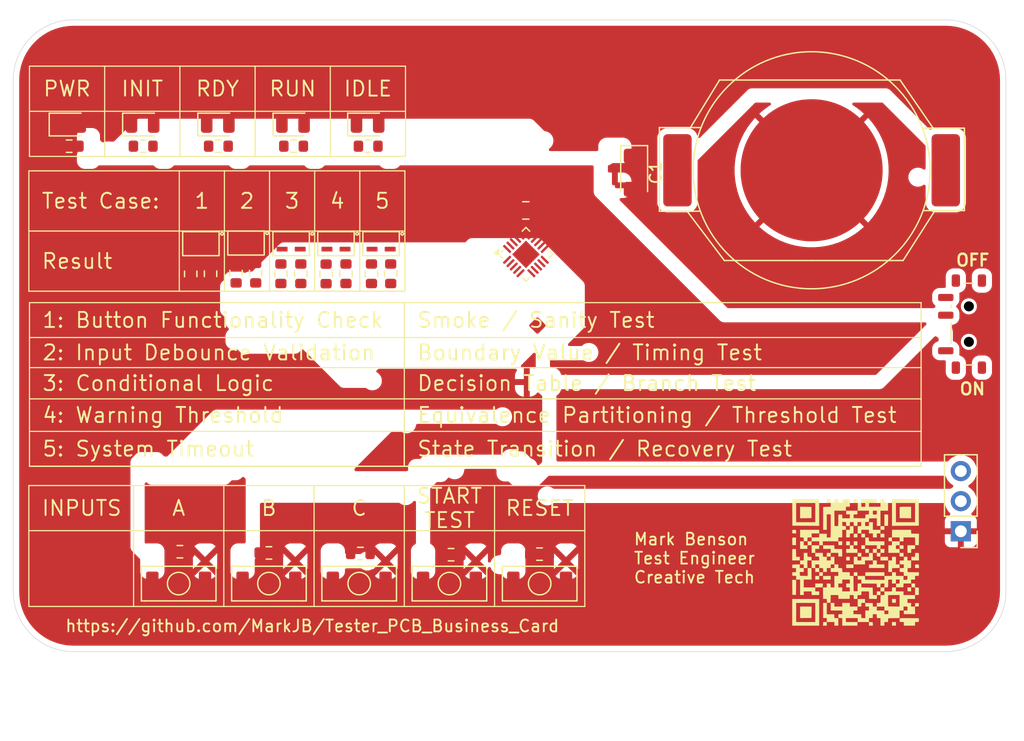
<source format=kicad_pcb>
(kicad_pcb (version 20241229) (generator "pcbnew") (generator_version "9.0")
  (layers (0 "F.Cu" signal) (2 "B.Cu" signal) (13 "F.Paste" user) (15 "B.Paste" user) (5 "F.SilkS" user "F.Silkscreen") (7 "B.SilkS" user "B.Silkscreen") (1 "F.Mask" user) (3 "B.Mask" user) (25 "Edge.Cuts" user))
  (net 0 "")
  (net 1 "Net-(BT1-+)")
  (net 2 "GND")
  (net 3 "+3V0")
  (net 4 "Net-(D1-K)")
  (net 5 "/PWR")
  (net 6 "Net-(D2-K)")
  (net 7 "/INIT")
  (net 8 "Net-(D3-K)")
  (net 9 "/RDY")
  (net 10 "Net-(D4-K)")
  (net 11 "/RUN")
  (net 12 "Net-(D5-K)")
  (net 13 "/IDLE")
  (net 14 "Net-(D6-K2)")
  (net 15 "Net-(D6-K1)")
  (net 16 "/ROW_C")
  (net 17 "Net-(D7-K1)")
  (net 18 "/ROW_A")
  (net 19 "Net-(D7-K2)")
  (net 20 "/ROW_B")
  (net 21 "Net-(D8-K2)")
  (net 22 "Net-(D8-K1)")
  (net 23 "/ROW_E")
  (net 24 "Net-(D9-K2)")
  (net 25 "Net-(D9-K1)")
  (net 26 "Net-(D10-K2)")
  (net 27 "/ROW_D")
  (net 28 "Net-(D10-K1)")
  (net 29 "/SWIO")
  (net 30 "/INPUT_A")
  (net 31 "/INPUT_B")
  (net 32 "/INPUT_C")
  (net 33 "/INPUT_D")
  (net 34 "/RESET")
  (net 35 "/COL_R")
  (net 36 "/COL_G")
  (footprint "Resistor_SMD:R_0603_1608Metric" (layer "F.Cu") (at 81.433104 87.4768 90)
    (property "Reference" "R20" (hide yes))
    (property "Value" "100")
    (pad "1" smd roundrect (at -0.825 0 90) (size 0.8 0.95) (layers "F.Cu" "F.Mask" "F.Paste") (net 35 "/COL_R"))
    (pad "2" smd roundrect (at 0.825 0 90) (size 0.8 0.95) (layers "F.Cu" "F.Mask" "F.Paste") (net 24 "Net-(D9-K2)"))
  )
  (footprint "Resistor_SMD:R_0603_1608Metric" (layer "F.Cu") (at 64.312 76.7072 180)
    (property "Reference" "R2" (hide yes))
    (property "Value" "220")
    (pad "1" smd roundrect (at -0.825 0 180) (size 0.8 0.95) (layers "F.Cu" "F.Mask" "F.Paste") (net 3 "+3V0"))
    (pad "2" smd roundrect (at 0.825 0 180) (size 0.8 0.95) (layers "F.Cu" "F.Mask" "F.Paste") (net 6 "Net-(D2-K)"))
  )
  (footprint "LED_SMD:LED_0805_2012Metric" (layer "F.Cu") (at 70.6112 74.8784)
    (property "Reference" "D3" (hide yes))
    (property "Value" "RDY")
    (pad "1" smd roundrect (at -0.9375 0) (size 0.975 1.4) (layers "F.Cu" "F.Mask" "F.Paste") (net 8 "Net-(D3-K)"))
    (pad "2" smd roundrect (at 0.9375 0) (size 0.975 1.4) (layers "F.Cu" "F.Mask" "F.Paste") (net 9 "/RDY"))
  )
  (footprint "Resistor_SMD:R_0603_1608Metric" (layer "F.Cu") (at 67.4116 110.9472)
    (property "Reference" "R6" (hide yes))
    (property "Value" "10k")
    (pad "1" smd roundrect (at -0.825 0) (size 0.8 0.95) (layers "F.Cu" "F.Mask" "F.Paste") (net 3 "+3V0"))
    (pad "2" smd roundrect (at 0.825 0) (size 0.8 0.95) (layers "F.Cu" "F.Mask" "F.Paste") (net 30 "/INPUT_A"))
  )
  (footprint "Resistor_SMD:R_0603_1608Metric" (layer "F.Cu") (at 83.3112 76.7072 180)
    (property "Reference" "R5" (hide yes))
    (property "Value" "220")
    (pad "1" smd roundrect (at -0.825 0 180) (size 0.8 0.95) (layers "F.Cu" "F.Mask" "F.Paste") (net 3 "+3V0"))
    (pad "2" smd roundrect (at 0.825 0 180) (size 0.8 0.95) (layers "F.Cu" "F.Mask" "F.Paste") (net 12 "Net-(D5-K)"))
  )
  (footprint "Resistor_SMD:R_0603_1608Metric" (layer "F.Cu") (at 77.012 76.7072 180)
    (property "Reference" "R4" (hide yes))
    (property "Value" "220")
    (pad "1" smd roundrect (at -0.825 0 180) (size 0.8 0.95) (layers "F.Cu" "F.Mask" "F.Paste") (net 3 "+3V0"))
    (pad "2" smd roundrect (at 0.825 0 180) (size 0.8 0.95) (layers "F.Cu" "F.Mask" "F.Paste") (net 10 "Net-(D4-K)"))
  )
  (footprint "custom:SML-522" (layer "F.Cu") (at 68.4208 84.4993)
    (property "Reference" "D6" (hide yes))
    (property "Value" "C")
    (pad "1" smd roundrect (at 1.53 0) (size 0.925 0.4) (layers "F.Cu" "F.Mask" "F.Paste") (roundrect_rratio 0.15) (net 16 "/ROW_C"))
    (pad "2" smd roundrect (at 0 0) (size 0.925 0.4) (layers "F.Cu" "F.Mask" "F.Paste") (roundrect_rratio 0.15) (net 15 "Net-(D6-K1)"))
    (pad "3" smd roundrect (at 1.53 0.9) (size 0.925 0.4) (layers "F.Cu" "F.Mask" "F.Paste") (roundrect_rratio 0.15) (net 16 "/ROW_C"))
    (pad "4" smd roundrect (at 0 0.9) (size 0.925 0.4) (layers "F.Cu" "F.Mask" "F.Paste") (roundrect_rratio 0.15) (net 14 "Net-(D6-K2)"))
  )
  (footprint "Resistor_SMD:R_0603_1608Metric" (layer "F.Cu") (at 79.756704 87.489 90)
    (property "Reference" "R19" (hide yes))
    (property "Value" "220")
    (pad "1" smd roundrect (at -0.825 0 90) (size 0.8 0.95) (layers "F.Cu" "F.Mask" "F.Paste") (net 36 "/COL_G"))
    (pad "2" smd roundrect (at 0.825 0 90) (size 0.8 0.95) (layers "F.Cu" "F.Mask" "F.Paste") (net 25 "Net-(D9-K1)"))
  )
  (footprint "custom:BTN_XUNPU_TS_1088-AR02016" (layer "F.Cu") (at 87.945 113.6271)
    (property "Reference" "SW5" (hide yes))
    (property "Value" "D")
    (pad "1" smd roundrect (at 0 0) (size 1.05 2) (layers "F.Cu" "F.Mask" "F.Paste") (roundrect_rratio 0.15) (net 33 "/INPUT_D"))
    (pad "2" smd roundrect (at 4.45 0) (size 1.05 2) (layers "F.Cu" "F.Mask" "F.Paste") (roundrect_rratio 0.15) (net 2 "GND"))
  )
  (footprint "Resistor_SMD:R_0603_1608Metric" (layer "F.Cu") (at 85.211704 87.4768 90)
    (property "Reference" "R18" (hide yes))
    (property "Value" "100")
    (pad "1" smd roundrect (at -0.825 0 90) (size 0.8 0.95) (layers "F.Cu" "F.Mask" "F.Paste") (net 35 "/COL_R"))
    (pad "2" smd roundrect (at 0.825 0 90) (size 0.8 0.95) (layers "F.Cu" "F.Mask" "F.Paste") (net 26 "Net-(D10-K2)"))
  )
  (footprint "Resistor_SMD:R_0603_1608Metric" (layer "F.Cu") (at 83.586104 87.4768 90)
    (property "Reference" "R17" (hide yes))
    (property "Value" "220")
    (pad "1" smd roundrect (at -0.825 0 90) (size 0.8 0.95) (layers "F.Cu" "F.Mask" "F.Paste") (net 36 "/COL_G"))
    (pad "2" smd roundrect (at 0.825 0 90) (size 0.8 0.95) (layers "F.Cu" "F.Mask" "F.Paste") (net 28 "Net-(D10-K1)"))
  )
  (footprint "Resistor_SMD:R_0603_1608Metric" (layer "F.Cu") (at 58.0636 76.7072 180)
    (property "Reference" "R1" (hide yes))
    (property "Value" "220")
    (pad "1" smd roundrect (at -0.825 0 180) (size 0.8 0.95) (layers "F.Cu" "F.Mask" "F.Paste") (net 3 "+3V0"))
    (pad "2" smd roundrect (at 0.825 0 180) (size 0.8 0.95) (layers "F.Cu" "F.Mask" "F.Paste") (net 4 "Net-(D1-K)"))
  )
  (footprint "Resistor_SMD:R_0603_1608Metric" (layer "F.Cu") (at 70.0016 87.4768 90)
    (property "Reference" "R16" (hide yes))
    (property "Value" "100")
    (pad "1" smd roundrect (at -0.825 0 90) (size 0.8 0.95) (layers "F.Cu" "F.Mask" "F.Paste") (net 35 "/COL_R"))
    (pad "2" smd roundrect (at 0.825 0 90) (size 0.8 0.95) (layers "F.Cu" "F.Mask" "F.Paste") (net 14 "Net-(D6-K2)"))
  )
  (footprint "LED_SMD:LED_0805_2012Metric" (layer "F.Cu") (at 58.0636 74.8784)
    (property "Reference" "D1" (hide yes))
    (property "Value" "PWR")
    (pad "1" smd roundrect (at -0.9375 0) (size 0.975 1.4) (layers "F.Cu" "F.Mask" "F.Paste") (net 4 "Net-(D1-K)"))
    (pad "2" smd roundrect (at 0.9375 0) (size 0.975 1.4) (layers "F.Cu" "F.Mask" "F.Paste") (net 5 "/PWR"))
  )
  (footprint "custom:SML-522" (layer "F.Cu") (at 76.0408 84.4993)
    (property "Reference" "D8" (hide yes))
    (property "Value" "B")
    (pad "1" smd roundrect (at 1.53 0) (size 0.925 0.4) (layers "F.Cu" "F.Mask" "F.Paste") (roundrect_rratio 0.15) (net 20 "/ROW_B"))
    (pad "2" smd roundrect (at 0 0) (size 0.925 0.4) (layers "F.Cu" "F.Mask" "F.Paste") (roundrect_rratio 0.15) (net 22 "Net-(D8-K1)"))
    (pad "3" smd roundrect (at 1.53 0.9) (size 0.925 0.4) (layers "F.Cu" "F.Mask" "F.Paste") (roundrect_rratio 0.15) (net 20 "/ROW_B"))
    (pad "4" smd roundrect (at 0 0.9) (size 0.925 0.4) (layers "F.Cu" "F.Mask" "F.Paste") (roundrect_rratio 0.15) (net 21 "Net-(D8-K2)"))
  )
  (footprint "Connector_PinHeader_2.54mm:PinHeader_1x03_P2.54mm_Vertical" (layer "F.Cu") (at 133.35 109.22 180)
    (property "Reference" "J1" (hide yes))
    (property "Value" "SWIO")
    (pad "1" thru_hole rect (at 0 0 180) (size 1.7 1.7) (drill 1) (layers "*.Cu" "*.Mask") (net 2 "GND"))
    (pad "2" thru_hole circle (at 0 2.54 180) (size 1.7 1.7) (drill 1) (layers "*.Cu" "*.Mask") (net 29 "/SWIO"))
    (pad "3" thru_hole circle (at 0 5.08 180) (size 1.7 1.7) (drill 1) (layers "*.Cu" "*.Mask") (net 3 "+3V0"))
  )
  (footprint "Package_DFN_QFN:QFN-20-1EP_3x3mm_P0.4mm_EP1.65x1.65mm" (layer "F.Cu") (at 96.630905 85.842695 45)
    (property "Reference" "U1" (hide yes))
    (property "Value" "CH32V003FxUx")
    (pad "1" smd roundrect (at -1.45 -0.8 45) (size 0.85 0.2) (layers "F.Cu" "F.Mask" "F.Paste") (net 34 "/RESET"))
    (pad "2" smd roundrect (at -1.45 -0.4 45) (size 0.85 0.2) (layers "F.Cu" "F.Mask" "F.Paste") (net 35 "/COL_R"))
    (pad "3" smd roundrect (at -1.45 0 45) (size 0.85 0.2) (layers "F.Cu" "F.Mask" "F.Paste") (net 36 "/COL_G"))
    (pad "4" smd roundrect (at -1.45 0.4 45) (size 0.85 0.2) (layers "F.Cu" "F.Mask" "F.Paste") (net 2 "GND"))
    (pad "5" smd roundrect (at -1.45 0.8 45) (size 0.85 0.2) (layers "F.Cu" "F.Mask" "F.Paste") (net 11 "/RUN"))
    (pad "6" smd roundrect (at -0.8 1.45 45) (size 0.2 0.85) (layers "F.Cu" "F.Mask" "F.Paste") (net 3 "+3V0"))
    (pad "7" smd roundrect (at -0.4 1.45 45) (size 0.2 0.85) (layers "F.Cu" "F.Mask" "F.Paste") (net 18 "/ROW_A"))
    (pad "8" smd roundrect (at 0 1.45 45) (size 0.2 0.85) (layers "F.Cu" "F.Mask" "F.Paste") (net 20 "/ROW_B"))
    (pad "9" smd roundrect (at 0.4 1.45 45) (size 0.2 0.85) (layers "F.Cu" "F.Mask" "F.Paste") (net 16 "/ROW_C"))
    (pad "10" smd roundrect (at 0.8 1.45 45) (size 0.2 0.85) (layers "F.Cu" "F.Mask" "F.Paste") (net 27 "/ROW_D"))
    (pad "11" smd roundrect (at 1.45 0.8 45) (size 0.85 0.2) (layers "F.Cu" "F.Mask" "F.Paste") (net 23 "/ROW_E"))
    (pad "12" smd roundrect (at 1.45 0.4 45) (size 0.85 0.2) (layers "F.Cu" "F.Mask" "F.Paste") (net 5 "/PWR"))
    (pad "13" smd roundrect (at 1.45 0 45) (size 0.85 0.2) (layers "F.Cu" "F.Mask" "F.Paste") (net 7 "/INIT"))
    (pad "14" smd roundrect (at 1.45 -0.4 45) (size 0.85 0.2) (layers "F.Cu" "F.Mask" "F.Paste") (net 9 "/RDY"))
    (pad "15" smd roundrect (at 1.45 -0.8 45) (size 0.85 0.2) (layers "F.Cu" "F.Mask" "F.Paste") (net 29 "/SWIO"))
    (pad "16" smd roundrect (at 0.8 -1.45 45) (size 0.2 0.85) (layers "F.Cu" "F.Mask" "F.Paste") (net 30 "/INPUT_A"))
    (pad "17" smd roundrect (at 0.4 -1.45 45) (size 0.2 0.85) (layers "F.Cu" "F.Mask" "F.Paste") (net 31 "/INPUT_B"))
    (pad "18" smd roundrect (at 0 -1.45 45) (size 0.2 0.85) (layers "F.Cu" "F.Mask" "F.Paste") (net 32 "/INPUT_C"))
    (pad "19" smd roundrect (at -0.4 -1.45 45) (size 0.2 0.85) (layers "F.Cu" "F.Mask" "F.Paste") (net 33 "/INPUT_D"))
    (pad "20" smd roundrect (at -0.8 -1.45 45) (size 0.2 0.85) (layers "F.Cu" "F.Mask" "F.Paste") (net 13 "/IDLE"))
    (pad "21" smd rect (at 0 0 45) (size 1.65 1.65) (property pad_prop_heatsink) (layers "F.Cu" "F.Mask") (net 2 "GND"))
  )
  (footprint "custom:SML-522" (layer "F.Cu") (at 83.636904 84.4993)
    (property "Reference" "D10" (hide yes))
    (property "Value" "D")
    (pad "1" smd roundrect (at 1.53 0) (size 0.925 0.4) (layers "F.Cu" "F.Mask" "F.Paste") (roundrect_rratio 0.15) (net 27 "/ROW_D"))
    (pad "2" smd roundrect (at 0 0) (size 0.925 0.4) (layers "F.Cu" "F.Mask" "F.Paste") (roundrect_rratio 0.15) (net 28 "Net-(D10-K1)"))
    (pad "3" smd roundrect (at 1.53 0.9) (size 0.925 0.4) (layers "F.Cu" "F.Mask" "F.Paste") (roundrect_rratio 0.15) (net 27 "/ROW_D"))
    (pad "4" smd roundrect (at 0 0.9) (size 0.925 0.4) (layers "F.Cu" "F.Mask" "F.Paste") (roundrect_rratio 0.15) (net 26 "Net-(D10-K2)"))
  )
  (footprint "custom:SW_SPDT_Shouhan_MSK12C02" (layer "F.Cu") (at 134.03 91.73 90)
    (property "Reference" "SW1" (hide yes))
    (property "Value" "PWR")
    (pad "" np_thru_hole circle (at -1.5 0 90) (size 0.85 0.85) (drill 0.85) (layers "*.Mask"))
    (pad "" np_thru_hole circle (at 1.5 0 90) (size 0.85 0.85) (drill 0.85) (layers "*.Mask"))
    (pad "1" smd roundrect (at -2.25 -1.95 90) (size 0.6 1.3) (layers "F.Cu" "F.Mask" "F.Paste") (net 1 "Net-(BT1-+)"))
    (pad "2" smd roundrect (at 0.75 -1.95 90) (size 0.6 1.3) (layers "F.Cu" "F.Mask" "F.Paste") (net 3 "+3V0"))
    (pad "3" smd roundrect (at 2.25 -1.95 90) (size 0.6 1.3) (layers "F.Cu" "F.Mask" "F.Paste"))
    (pad "SH" smd roundrect (at -3.675 -1.1 90) (size 1.05 0.7) (layers "F.Cu" "F.Mask" "F.Paste"))
    (pad "SH" smd roundrect (at -3.675 1.1 90) (size 1.05 0.7) (layers "F.Cu" "F.Mask" "F.Paste"))
    (pad "SH" smd roundrect (at 3.675 -1.1 90) (size 1.05 0.7) (layers "F.Cu" "F.Mask" "F.Paste"))
    (pad "SH" smd roundrect (at 3.675 1.1 90) (size 1.05 0.7) (layers "F.Cu" "F.Mask" "F.Paste"))
  )
  (footprint "LED_SMD:LED_0805_2012Metric" (layer "F.Cu") (at 64.2612 74.8784)
    (property "Reference" "D2" (hide yes))
    (property "Value" "INIT")
    (pad "1" smd roundrect (at -0.9375 0) (size 0.975 1.4) (layers "F.Cu" "F.Mask" "F.Paste") (net 6 "Net-(D2-K)"))
    (pad "2" smd roundrect (at 0.9375 0) (size 0.975 1.4) (layers "F.Cu" "F.Mask" "F.Paste") (net 7 "/INIT"))
  )
  (footprint "LED_SMD:LED_0805_2012Metric" (layer "F.Cu") (at 83.2604 74.8784)
    (property "Reference" "D5" (hide yes))
    (property "Value" "IDLE")
    (pad "1" smd roundrect (at -0.9375 0) (size 0.975 1.4) (layers "F.Cu" "F.Mask" "F.Paste") (net 12 "Net-(D5-K)"))
    (pad "2" smd roundrect (at 0.9375 0) (size 0.975 1.4) (layers "F.Cu" "F.Mask" "F.Paste") (net 13 "/IDLE"))
  )
  (footprint "custom:BTN_XUNPU_TS_1088-AR02016" (layer "F.Cu") (at 72.705 113.6271)
    (property "Reference" "SW3" (hide yes))
    (property "Value" "B")
    (pad "1" smd roundrect (at 0 0) (size 1.05 2) (layers "F.Cu" "F.Mask" "F.Paste") (roundrect_rratio 0.15) (net 31 "/INPUT_B"))
    (pad "2" smd roundrect (at 4.45 0) (size 1.05 2) (layers "F.Cu" "F.Mask" "F.Paste") (roundrect_rratio 0.15) (net 2 "GND"))
  )
  (footprint "custom:SML-522" (layer "F.Cu") (at 79.826904 84.4993)
    (property "Reference" "D9" (hide yes))
    (property "Value" "E")
    (pad "1" smd roundrect (at 1.53 0) (size 0.925 0.4) (layers "F.Cu" "F.Mask" "F.Paste") (roundrect_rratio 0.15) (net 23 "/ROW_E"))
    (pad "2" smd roundrect (at 0 0) (size 0.925 0.4) (layers "F.Cu" "F.Mask" "F.Paste") (roundrect_rratio 0.15) (net 25 "Net-(D9-K1)"))
    (pad "3" smd roundrect (at 1.53 0.9) (size 0.925 0.4) (layers "F.Cu" "F.Mask" "F.Paste") (roundrect_rratio 0.15) (net 23 "/ROW_E"))
    (pad "4" smd roundrect (at 0 0.9) (size 0.925 0.4) (layers "F.Cu" "F.Mask" "F.Paste") (roundrect_rratio 0.15) (net 24 "Net-(D9-K2)"))
  )
  (footprint "Resistor_SMD:R_0603_1608Metric" (layer "F.Cu") (at 72.1578 87.426 90)
    (property "Reference" "R11" (hide yes))
    (property "Value" "220")
    (pad "1" smd roundrect (at -0.825 0 90) (size 0.8 0.95) (layers "F.Cu" "F.Mask" "F.Paste") (net 35 "/COL_R"))
    (pad "2" smd roundrect (at 0.825 0 90) (size 0.8 0.95) (layers "F.Cu" "F.Mask" "F.Paste") (net 17 "Net-(D7-K1)"))
  )
  (footprint "Resistor_SMD:R_0603_1608Metric" (layer "F.Cu") (at 74.93 111.0488)
    (property "Reference" "R7" (hide yes))
    (property "Value" "10k")
    (pad "1" smd roundrect (at -0.825 0) (size 0.8 0.95) (layers "F.Cu" "F.Mask" "F.Paste") (net 3 "+3V0"))
    (pad "2" smd roundrect (at 0.825 0) (size 0.8 0.95) (layers "F.Cu" "F.Mask" "F.Paste") (net 31 "/INPUT_B"))
  )
  (footprint "custom:BTN_XUNPU_TS_1088-AR02016" (layer "F.Cu") (at 80.325 113.6271)
    (property "Reference" "SW4" (hide yes))
    (property "Value" "C")
    (pad "1" smd roundrect (at 0 0) (size 1.05 2) (layers "F.Cu" "F.Mask" "F.Paste") (roundrect_rratio 0.15) (net 32 "/INPUT_C"))
    (pad "2" smd roundrect (at 4.45 0) (size 1.05 2) (layers "F.Cu" "F.Mask" "F.Paste") (roundrect_rratio 0.15) (net 2 "GND"))
  )
  (footprint "Resistor_SMD:R_0603_1608Metric" (layer "F.Cu") (at 75.9396 87.4768 90)
    (property "Reference" "R13" (hide yes))
    (property "Value" "220")
    (pad "1" smd roundrect (at -0.825 0 90) (size 0.8 0.95) (layers "F.Cu" "F.Mask" "F.Paste") (net 36 "/COL_G"))
    (pad "2" smd roundrect (at 0.825 0 90) (size 0.8 0.95) (layers "F.Cu" "F.Mask" "F.Paste") (net 22 "Net-(D8-K1)"))
  )
  (footprint "custom:SML-522" (layer "F.Cu") (at 72.2308 84.4485)
    (property "Reference" "D7" (hide yes))
    (property "Value" "A")
    (pad "1" smd roundrect (at 1.53 0) (size 0.925 0.4) (layers "F.Cu" "F.Mask" "F.Paste") (roundrect_rratio 0.15) (net 18 "/ROW_A"))
    (pad "2" smd roundrect (at 0 0) (size 0.925 0.4) (layers "F.Cu" "F.Mask" "F.Paste") (roundrect_rratio 0.15) (net 17 "Net-(D7-K1)"))
    (pad "3" smd roundrect (at 1.53 0.9) (size 0.925 0.4) (layers "F.Cu" "F.Mask" "F.Paste") (roundrect_rratio 0.15) (net 18 "/ROW_A"))
    (pad "4" smd roundrect (at 0 0.9) (size 0.925 0.4) (layers "F.Cu" "F.Mask" "F.Paste") (roundrect_rratio 0.15) (net 19 "Net-(D7-K2)"))
  )
  (footprint "Resistor_SMD:R_0603_1608Metric" (layer "F.Cu") (at 90.3102 111.2012)
    (property "Reference" "R9" (hide yes))
    (property "Value" "10k")
    (pad "1" smd roundrect (at -0.825 0) (size 0.8 0.95) (layers "F.Cu" "F.Mask" "F.Paste") (net 3 "+3V0"))
    (pad "2" smd roundrect (at 0.825 0) (size 0.8 0.95) (layers "F.Cu" "F.Mask" "F.Paste") (net 33 "/INPUT_D"))
  )
  (footprint "Resistor_SMD:R_0603_1608Metric" (layer "F.Cu") (at 70.662 76.7072 180)
    (property "Reference" "R3" (hide yes))
    (property "Value" "220")
    (pad "1" smd roundrect (at -0.825 0 180) (size 0.8 0.95) (layers "F.Cu" "F.Mask" "F.Paste") (net 3 "+3V0"))
    (pad "2" smd roundrect (at 0.825 0 180) (size 0.8 0.95) (layers "F.Cu" "F.Mask" "F.Paste") (net 8 "Net-(D3-K)"))
  )
  (footprint "Resistor_SMD:R_0603_1608Metric" (layer "F.Cu") (at 97.7778 111.1504)
    (property "Reference" "R10" (hide yes))
    (property "Value" "10k")
    (pad "1" smd roundrect (at -0.825 0) (size 0.8 0.95) (layers "F.Cu" "F.Mask" "F.Paste") (net 3 "+3V0"))
    (pad "2" smd roundrect (at 0.825 0) (size 0.8 0.95) (layers "F.Cu" "F.Mask" "F.Paste") (net 34 "/RESET"))
  )
  (footprint "Resistor_SMD:R_0603_1608Metric" (layer "F.Cu") (at 82.6516 111.0996)
    (property "Reference" "R8" (hide yes))
    (property "Value" "10k")
    (pad "1" smd roundrect (at -0.825 0) (size 0.8 0.95) (layers "F.Cu" "F.Mask" "F.Paste") (net 3 "+3V0"))
    (pad "2" smd roundrect (at 0.825 0) (size 0.8 0.95) (layers "F.Cu" "F.Mask" "F.Paste") (net 32 "/INPUT_C"))
  )
  (footprint "Resistor_SMD:R_0603_1608Metric" (layer "F.Cu") (at 73.8116 87.426 90)
    (property "Reference" "R12" (hide yes))
    (property "Value" "100")
    (pad "1" smd roundrect (at -0.825 0 90) (size 0.8 0.95) (layers "F.Cu" "F.Mask" "F.Paste") (net 36 "/COL_G"))
    (pad "2" smd roundrect (at 0.825 0 90) (size 0.8 0.95) (layers "F.Cu" "F.Mask" "F.Paste") (net 19 "Net-(D7-K2)"))
  )
  (footprint "Resistor_SMD:R_0603_1608Metric" (layer "F.Cu") (at 77.6216 87.4768 90)
    (property "Reference" "R14" (hide yes))
    (property "Value" "100")
    (pad "1" smd roundrect (at -0.825 0 90) (size 0.8 0.95) (layers "F.Cu" "F.Mask" "F.Paste") (net 35 "/COL_R"))
    (pad "2" smd roundrect (at 0.825 0 90) (size 0.8 0.95) (layers "F.Cu" "F.Mask" "F.Paste") (net 21 "Net-(D8-K2)"))
  )
  (footprint "LED_SMD:LED_0805_2012Metric" (layer "F.Cu") (at 76.9612 74.8784)
    (property "Reference" "D4" (hide yes))
    (property "Value" "RUN")
    (pad "1" smd roundrect (at -0.9375 0) (size 0.975 1.4) (layers "F.Cu" "F.Mask" "F.Paste") (net 10 "Net-(D4-K)"))
    (pad "2" smd roundrect (at 0.9375 0) (size 0.975 1.4) (layers "F.Cu" "F.Mask" "F.Paste") (net 11 "/RUN"))
  )
  (footprint "custom:MY-2032-12" (layer "F.Cu") (at 120.7516 78.74)
    (property "Reference" "BT1" (hide yes))
    (property "Value" "CR2032")
    (pad "1" smd roundrect (at -11.3284 0 180) (size 2.4 6.1) (layers "F.Cu" "F.Mask" "F.Paste") (roundrect_rratio 0.15) (net 1 "Net-(BT1-+)"))
    (pad "1" smd roundrect (at 11.3284 0 180) (size 2.4 6.1) (layers "F.Cu" "F.Mask" "F.Paste") (roundrect_rratio 0.15) (net 1 "Net-(BT1-+)"))
    (pad "2" smd circle (at 0 0 90) (size 12 12) (layers "F.Cu" "F.Mask" "F.Paste") (net 2 "GND"))
  )
  (footprint "custom:BTN_XUNPU_TS_1088-AR02016" (layer "F.Cu") (at 65.085 113.6271)
    (property "Reference" "SW2" (hide yes))
    (property "Value" "A")
    (pad "1" smd roundrect (at 0 0) (size 1.05 2) (layers "F.Cu" "F.Mask" "F.Paste") (roundrect_rratio 0.15) (net 30 "/INPUT_A"))
    (pad "2" smd roundrect (at 4.45 0) (size 1.05 2) (layers "F.Cu" "F.Mask" "F.Paste") (roundrect_rratio 0.15) (net 2 "GND"))
  )
  (footprint "custom:BTN_XUNPU_TS_1088-AR02016" (layer "F.Cu") (at 95.565 113.6271)
    (property "Reference" "SW6" (hide yes))
    (property "Value" "RST")
    (pad "1" smd roundrect (at 0 0) (size 1.05 2) (layers "F.Cu" "F.Mask" "F.Paste") (roundrect_rratio 0.15) (net 34 "/RESET"))
    (pad "2" smd roundrect (at 4.45 0) (size 1.05 2) (layers "F.Cu" "F.Mask" "F.Paste") (roundrect_rratio 0.15) (net 2 "GND"))
  )
  (footprint "Resistor_SMD:R_0603_1608Metric" (layer "F.Cu") (at 68.3252 87.489 90)
    (property "Reference" "R15" (hide yes))
    (property "Value" "220")
    (pad "1" smd roundrect (at -0.825 0 90) (size 0.8 0.95) (layers "F.Cu" "F.Mask" "F.Paste") (net 36 "/COL_G"))
    (pad "2" smd roundrect (at 0.825 0 90) (size 0.8 0.95) (layers "F.Cu" "F.Mask" "F.Paste") (net 15 "Net-(D6-K1)"))
  )
  (footprint "Diode_SMD:D_1206_3216Metric" (layer "F.Cu") (at 105.7656 78.9432 -90)
    (property "Reference" "C1" (at 0 -1.83 270) (layer "F.SilkS"))
    (property "Value" "10u")
    (pad "1" smd roundrect (at -1.4 0 270) (size 1.25 1.75) (layers "F.Cu" "F.Mask" "F.Paste") (roundrect_rratio 0.2) (net 3 "+3V0"))
    (pad "2" smd roundrect (at 1.4 0 270) (size 1.25 1.75) (layers "F.Cu" "F.Mask" "F.Paste") (roundrect_rratio 0.2) (net 2 "GND"))
  )
  (footprint "Capacitor_SMD:C_0805_2012Metric" (layer "F.Cu") (at 96.619305 82.130695 180)
    (property "Reference" "C2" (hide yes))
    (property "Value" "0.1u")
    (pad "1" smd roundrect (at -0.95 0 180) (size 1 1.45) (layers "F.Cu" "F.Mask" "F.Paste") (net 3 "+3V0"))
    (pad "2" smd roundrect (at 0.95 0 180) (size 1 1.45) (layers "F.Cu" "F.Mask" "F.Paste") (net 2 "GND"))
  )
  (gr_poly (pts (xy 124.285488 110.711115) (xy 124.61839 110.711115) (xy 124.61839 111.044127) (xy 123.670899 111.044127) (xy 123.670899 110.711115) (xy 123.978193 110.711115) (xy 123.978193 110.403718) (xy 124.285488 110.403718)) (fill yes) (layer "F.SilkS"))
  (gr_poly (pts (xy 120.085795 110.403718) (xy 120.39309 110.403718) (xy 120.39309 110.711115) (xy 119.7785 110.711115) (xy 119.7785 110.39091) (xy 119.7785 110.070705) (xy 120.085795 110.070705)) (fill yes) (layer "F.SilkS"))
  (gr_poly (pts (xy 127.044737 107.804863) (xy 127.102925 107.807074) (xy 127.152495 107.809377) (xy 127.172408 107.810477) (xy 127.188198 107.811498) (xy 127.19921 107.812404) (xy 127.204786 107.813162) (xy 127.206052 107.815953) (xy 127.207205 107.823489) (xy 127.209165 107.851821) (xy 127.211623 107.954673) (xy 127.211988 108.106065) (xy 127.210087 108.290343) (xy 127.202609 108.764271) (xy 126.897492 108.764271) (xy 126.897492 108.282044) (xy 126.897492 107.799791)) (fill yes) (layer "F.SilkS"))
  (gr_poly (pts (xy 124.951293 111.196313) (xy 124.951193 111.211868) (xy 124.9509 111.227085) (xy 124.950424 111.241881) (xy 124.949775 111.256173) (xy 124.948963 111.269878) (xy 124.947998 111.282914) (xy 124.946889 111.295196) (xy 124.945646 111.306643) (xy 124.94428 111.317171) (xy 124.9428 111.326698) (xy 124.941216 111.335141) (xy 124.939539 111.342416) (xy 124.937777 111.34844) (xy 124.935941 111.353132) (xy 124.934998 111.354952) (xy 124.934041 111.356407) (xy 124.93307 111.357488) (xy 124.932087 111.358183) (xy 124.929435 111.359119) (xy 124.925488 111.35992) (xy 124.914025 111.361119) (xy 124.898328 111.361783) (xy 124.87903 111.361917) (xy 124.856761 111.361525) (xy 124.832152 111.360611) (xy 124.805834 111.35918) (xy 124.778439 111.357235) (xy 124.643998 111.346579) (xy 124.643998 111.195341) (xy 124.643998 111.044127) (xy 124.951293 111.044127)) (fill yes) (layer "F.SilkS"))
  (gr_poly (pts (xy 129.156158 109.257386) (xy 129.163789 109.417488) (xy 129.817917 109.431834) (xy 129.803987 110.39091) (xy 129.496691 110.39091) (xy 129.482351 109.737693) (xy 128.510788 109.737693) (xy 128.510788 110.068272) (xy 128.350739 110.07588) (xy 128.190689 110.083513) (xy 128.183058 110.243616) (xy 128.175453 110.403718) (xy 128.510788 110.403718) (xy 128.510788 110.713548) (xy 128.350739 110.70594) (xy 128.190689 110.698306) (xy 128.175325 110.403718) (xy 127.870591 110.403718) (xy 127.870591 110.711115) (xy 128.177885 110.711115) (xy 128.177885 111.044127) (xy 127.230394 111.044127) (xy 127.230394 110.403718) (xy 127.537688 110.403718) (xy 127.537688 110.073267) (xy 127.243198 110.057897) (xy 127.243198 109.904199) (xy 127.537688 109.904199) (xy 127.537688 110.070705) (xy 128.190689 110.070808) (xy 128.182112 109.90425) (xy 128.173507 109.737693) (xy 127.537688 109.737693) (xy 127.537688 109.904199) (xy 127.243198 109.904199) (xy 127.243239 109.878038) (xy 127.243416 109.855036) (xy 127.243814 109.834999) (xy 127.244516 109.817731) (xy 127.245007 109.810076) (xy 127.245606 109.80304) (xy 127.246323 109.796599) (xy 127.247169 109.79073) (xy 127.248153 109.785407) (xy 127.249287 109.780607) (xy 127.250581 109.776305) (xy 127.252046 109.772477) (xy 127.253691 109.769098) (xy 127.255528 109.766145) (xy 127.257567 109.763593) (xy 127.259819 109.761417) (xy 127.262293 109.759594) (xy 127.265 109.758099) (xy 127.267952 109.756908) (xy 127.271157 109.755997) (xy 127.274628 109.755341) (xy 127.278374 109.754916) (xy 127.282405 109.754697) (xy 127.286733 109.754661) (xy 127.29632 109.755039) (xy 127.307218 109.755855) (xy 127.321776 109.756667) (xy 127.33864 109.756915) (xy 127.357208 109.756629) (xy 127.376874 109.755842) (xy 127.397036 109.754584) (xy 127.417091 109.752887) (xy 127.436434 109.750781) (xy 127.454463 109.748298) (xy 127.537688 109.735362) (xy 127.537688 109.416336) (xy 127.537688 109.097284) (xy 129.148552 109.097284)) (fill yes) (layer "F.SilkS"))
  (gr_poly (pts (xy 129.150985 114.299965) (xy 128.856495 114.284595) (xy 128.848864 114.124493) (xy 128.841257 113.964391) (xy 129.150985 113.964391)) (fill yes) (layer "F.SilkS"))
  (gr_poly (pts (xy 121.699091 112.99097) (xy 121.391797 112.99097) (xy 121.391797 113.298365) (xy 121.058894 113.298365) (xy 121.058894 112.99097) (xy 121.391797 112.99097) (xy 121.391797 112.837271) (xy 121.391797 112.683573) (xy 121.699091 112.683573)) (fill yes) (layer "F.SilkS"))
  (gr_poly (pts (xy 120.738796 116.538834) (xy 119.7785 116.552769) (xy 119.7785 116.065495) (xy 119.7785 115.578221) (xy 120.752727 115.578221)) (fill yes) (layer "F.SilkS"))
  (gr_poly (pts (xy 127.204786 111.684535) (xy 126.564589 111.684535) (xy 126.564589 111.530837) (xy 126.564589 111.377139) (xy 127.204786 111.377139)) (fill yes) (layer "F.SilkS"))
  (gr_poly (pts (xy 129.483887 110.708681) (xy 129.323838 110.716289) (xy 129.163789 110.723923) (xy 129.156158 110.884025) (xy 129.148552 111.044127) (xy 128.843691 111.044127) (xy 128.843691 110.723923) (xy 128.843691 110.403718) (xy 129.483887 110.403718)) (fill yes) (layer "F.SilkS"))
  (gr_poly (pts (xy 119.262057 110.715256) (xy 119.290926 110.716391) (xy 119.432794 110.723923) (xy 119.447134 111.377139) (xy 119.752892 111.377139) (xy 119.752892 111.684535) (xy 119.112695 111.684535) (xy 119.112695 111.214911) (xy 119.113067 111.120196) (xy 119.114132 111.031118) (xy 119.115815 110.94968) (xy 119.118041 110.87788) (xy 119.120735 110.817719) (xy 119.123823 110.771198) (xy 119.12549 110.753677) (xy 119.127228 110.740316) (xy 119.129027 110.731364) (xy 119.129946 110.728621) (xy 119.130877 110.727073) (xy 119.133467 110.725257) (xy 119.137428 110.723569) (xy 119.142679 110.722015) (xy 119.149136 110.720599) (xy 119.156719 110.719327) (xy 119.165344 110.718205) (xy 119.185396 110.71643) (xy 119.208636 110.715318) (xy 119.234409 110.714912)) (fill yes) (layer "F.SilkS"))
  (gr_poly (pts (xy 129.483887 113.961957) (xy 129.643936 113.969565) (xy 129.803987 113.977198) (xy 129.803987 114.591991) (xy 129.643936 114.599625) (xy 129.483887 114.607232) (xy 129.483887 114.937812) (xy 128.843691 114.937812) (xy 128.843691 115.270824) (xy 129.150985 115.270824) (xy 129.150985 115.578221) (xy 129.481326 115.578221) (xy 129.496691 115.283633) (xy 129.803987 115.283633) (xy 129.803987 115.565412) (xy 129.643936 115.573047) (xy 129.483887 115.580655) (xy 129.483887 116.218629) (xy 128.536396 116.218629) (xy 128.536396 115.911233) (xy 128.843691 115.911233) (xy 128.843691 115.578221) (xy 128.510788 115.578221) (xy 128.510788 115.911233) (xy 128.177885 115.911233) (xy 128.177885 116.550515) (xy 127.21759 116.56445) (xy 127.209959 116.724552) (xy 127.202353 116.884655) (xy 126.897492 116.884655) (xy 126.897492 117.192051) (xy 126.564589 117.192051) (xy 126.564589 116.551642) (xy 126.259727 116.551642) (xy 126.252122 116.39154) (xy 126.244491 116.231438) (xy 126.085696 116.223855) (xy 125.976608 116.218629) (xy 126.897492 116.218629) (xy 127.230394 116.218629) (xy 127.230394 115.911233) (xy 126.897492 115.911233) (xy 126.897492 116.218629) (xy 125.976608 116.218629) (xy 125.926901 116.216248) (xy 125.919245 116.377553) (xy 125.911588 116.538834) (xy 125.751539 116.546468) (xy 125.591489 116.554076) (xy 125.591489 116.882221) (xy 125.751539 116.889829) (xy 125.911588 116.897463) (xy 125.924699 117.192051) (xy 125.591489 117.192051) (xy 125.591489 116.884655) (xy 124.643998 116.884655) (xy 124.643998 116.551642) (xy 123.64529 116.551642) (xy 123.64529 116.884655) (xy 124.61839 116.884655) (xy 124.61839 117.192051) (xy 123.337996 117.192051) (xy 123.337996 116.554076) (xy 123.178382 116.546468) (xy 123.018768 116.538834) (xy 123.010881 116.436368) (xy 123.008434 116.401418) (xy 123.00691 116.370381) (xy 123.006492 116.34303) (xy 123.007362 116.319134) (xy 123.008337 116.30841) (xy 123.009703 116.298465) (xy 123.011482 116.289269) (xy 123.013698 116.280794) (xy 123.016373 116.273012) (xy 123.01953 116.265893) (xy 123.023192 116.259409) (xy 123.027382 116.253532) (xy 123.032122 116.248232) (xy 123.037436 116.243482) (xy 123.043346 116.239253) (xy 123.049875 116.235515) (xy 123.057046 116.232241) (xy 123.064882 116.229402) (xy 123.073406 116.226969) (xy 123.08264 116.224913) (xy 123.092607 116.223207) (xy 123.103331 116.221821) (xy 123.127139 116.219895) (xy 123.154246 116.218908) (xy 123.184835 116.218629) (xy 123.337996 116.218629) (xy 123.337996 115.911233) (xy 122.364896 115.911233) (xy 122.364896 115.270824) (xy 122.672191 115.270824) (xy 122.672191 115.578221) (xy 123.337996 115.578221) (xy 123.337996 115.270824) (xy 123.978193 115.270824) (xy 123.978193 115.578221) (xy 124.61839 115.578221) (xy 124.61839 115.911233) (xy 124.285488 115.911233) (xy 124.285488 116.217092) (xy 124.938489 116.231438) (xy 124.94612 116.39154) (xy 124.953725 116.551642) (xy 125.284195 116.551642) (xy 125.284195 115.911233) (xy 125.591489 115.911233) (xy 125.591489 115.744728) (xy 126.257295 115.744728) (xy 126.257295 115.911233) (xy 126.897492 115.911233) (xy 126.897492 115.578221) (xy 126.257295 115.578221) (xy 126.257295 115.744728) (xy 125.591489 115.744728) (xy 125.591489 115.578221) (xy 125.284195 115.578221) (xy 125.284195 115.269236) (xy 125.911588 115.283633) (xy 125.926953 115.578221) (xy 126.257295 115.578221) (xy 126.257295 115.270824) (xy 126.563053 115.270824) (xy 126.572012 114.862689) (xy 127.208793 114.862689) (xy 127.208817 114.941711) (xy 127.209395 115.027478) (xy 127.210549 115.118023) (xy 127.21759 115.565412) (xy 128.177885 115.579348) (xy 128.177885 114.6048) (xy 127.703345 114.6048) (xy 127.578604 114.605181) (xy 127.475465 114.606402) (xy 127.392246 114.608575) (xy 127.327269 114.611815) (xy 127.278852 114.616236) (xy 127.245314 114.62195) (xy 127.2336 114.625328) (xy 127.224976 114.629073) (xy 127.219231 114.633197) (xy 127.216156 114.637717) (xy 127.214907 114.643392) (xy 127.213764 114.653462) (xy 127.211808 114.685801) (xy 127.210312 114.732765) (xy 127.2093 114.792384) (xy 127.208793 114.862689) (xy 126.572012 114.862689) (xy 126.577393 114.617607) (xy 126.737442 114.609974) (xy 126.897492 114.602366) (xy 126.897492 114.297404) (xy 127.537688 114.297404) (xy 127.537688 113.964391) (xy 127.870591 113.964391) (xy 127.870591 114.297404) (xy 128.510788 114.297404) (xy 128.510788 114.6048) (xy 129.483887 114.6048) (xy 129.483887 113.966953) (xy 129.189397 113.951582) (xy 129.181766 113.79148) (xy 129.17416 113.631379) (xy 129.483887 113.631379)) (fill yes) (layer "F.SilkS"))
  (gr_poly (pts (xy 124.285488 112.324944) (xy 123.670899 112.324944) (xy 123.670899 112.171246) (xy 123.670899 112.017548) (xy 124.285488 112.017548)) (fill yes) (layer "F.SilkS"))
  (gr_poly (pts (xy 120.738796 107.16325) (xy 120.738796 108.111055) (xy 119.7785 108.12499) (xy 119.7785 107.637152) (xy 119.7785 107.149315)) (fill yes) (layer "F.SilkS"))
  (gr_poly (pts (xy 121.391797 117.192051) (xy 119.112695 117.192051) (xy 119.112695 116.077739) (xy 119.445598 116.077739) (xy 119.445598 116.884655) (xy 121.058894 116.884655) (xy 121.058894 115.270824) (xy 119.445598 115.270824) (xy 119.445598 116.077739) (xy 119.112695 116.077739) (xy 119.112695 116.064931) (xy 119.112695 114.937812) (xy 121.391797 114.937812)) (fill yes) (layer "F.SilkS"))
  (gr_poly (pts (xy 128.51089 111.364332) (xy 128.344388 111.35575) (xy 128.177885 111.347143) (xy 128.177885 111.044127) (xy 128.510788 111.044127)) (fill yes) (layer "F.SilkS"))
  (gr_poly (pts (xy 119.439631 113.957987) (xy 119.432794 114.591991) (xy 119.125499 114.591991) (xy 119.118662 113.957987) (xy 119.111799 113.323982) (xy 119.446494 113.323982)) (fill yes) (layer "F.SilkS"))
  (gr_poly (pts (xy 122.364896 113.298365) (xy 121.729437 113.298365) (xy 121.720679 113.155299) (xy 121.71913 113.126332) (xy 121.718108 113.098891) (xy 121.717605 113.073607) (xy 121.717612 113.05111) (xy 121.718121 113.032031) (xy 121.718561 113.023969) (xy 121.719123 113.016999) (xy 121.719807 113.011198) (xy 121.72061 113.006645) (xy 121.721533 113.00342) (xy 121.722039 113.002329) (xy 121.722574 113.0016) (xy 121.725298 113.000518) (xy 121.731161 112.999467) (xy 121.751634 112.997475) (xy 121.782652 112.99567) (xy 121.822877 112.994095) (xy 121.925594 112.991809) (xy 122.049075 112.99097) (xy 122.364896 112.99097)) (fill yes) (layer "F.SilkS"))
  (gr_poly (pts (xy 124.61839 110.403718) (xy 124.311095 110.403718) (xy 124.311095 110.237212) (xy 124.311095 110.070705) (xy 124.61839 110.070705)) (fill yes) (layer "F.SilkS"))
  (gr_poly (pts (xy 128.670837 106.516181) (xy 129.803987 106.522841) (xy 129.803987 108.751463) (xy 128.670837 108.758124) (xy 127.537688 108.76481) (xy 127.537688 107.637152) (xy 127.870591 107.637152) (xy 127.870591 108.456875) (xy 129.483887 108.456875) (xy 129.483887 106.817429) (xy 127.870591 106.817429) (xy 127.870591 107.637152) (xy 127.537688 107.637152) (xy 127.537688 106.509495)) (fill yes) (layer "F.SilkS"))
  (gr_poly (pts (xy 125.258587 115.270824) (xy 124.951293 115.270824) (xy 124.951293 115.578221) (xy 124.643998 115.578221) (xy 124.643998 115.258016) (xy 124.643998 114.937812) (xy 125.258587 114.937812)) (fill yes) (layer "F.SilkS"))
  (gr_poly (pts (xy 127.865419 115.097914) (xy 127.857787 115.258016) (xy 127.550492 115.258016) (xy 127.542861 115.097914) (xy 127.535256 114.937812) (xy 127.873024 114.937812)) (fill yes) (layer "F.SilkS"))
  (gr_poly (pts (xy 122.192043 106.515207) (xy 122.352092 106.522841) (xy 122.367457 106.817429) (xy 122.672191 106.817429) (xy 122.672191 106.510033) (xy 123.005094 106.510033) (xy 123.005094 106.817429) (xy 123.337996 106.817429) (xy 123.337996 106.510033) (xy 123.978193 106.510033) (xy 123.978193 107.150442) (xy 123.64529 107.150442) (xy 123.64529 107.483454) (xy 122.67132 107.483454) (xy 122.684995 108.77708) (xy 122.823098 108.784944) (xy 122.837291 108.785621) (xy 122.851332 108.786032) (xy 122.865137 108.786188) (xy 122.878623 108.786095) (xy 122.891708 108.785762) (xy 122.904308 108.785198) (xy 122.916339 108.784412) (xy 122.927719 108.78341) (xy 122.938365 108.782203) (xy 122.948192 108.780797) (xy 122.957119 108.779202) (xy 122.965061 108.777426) (xy 122.971936 108.775477) (xy 122.97766 108.773364) (xy 122.980065 108.772248) (xy 122.982151 108.771095) (xy 122.983907 108.769904) (xy 122.985324 108.768678) (xy 122.987816 108.763849) (xy 122.990195 108.754604) (xy 122.994579 108.723751) (xy 122.998397 108.677893) (xy 123.001572 108.618809) (xy 123.004027 108.548274) (xy 123.005685 108.468066) (xy 123.006467 108.37996) (xy 123.006297 108.285733) (xy 123.005897 108.193338) (xy 123.005981 108.106682) (xy 123.006515 108.027695) (xy 123.007462 107.958304) (xy 123.008789 107.900442) (xy 123.01046 107.856036) (xy 123.012441 107.827017) (xy 123.013536 107.81888) (xy 123.014696 107.815314) (xy 123.016686 107.814173) (xy 123.020205 107.813151) (xy 123.031493 107.811474) (xy 123.047873 107.810296) (xy 123.068658 107.80963) (xy 123.093162 107.809489) (xy 123.120698 107.809885) (xy 123.15058 107.810832) (xy 123.18212 107.812342) (xy 123.337996 107.821026) (xy 123.337996 108.123863) (xy 123.978193 108.123863) (xy 123.978193 107.79085) (xy 123.670899 107.79085) (xy 123.670899 107.483454) (xy 124.61839 107.483454) (xy 124.61839 107.788417) (xy 124.458341 107.796025) (xy 124.298292 107.803658) (xy 124.298292 108.111055) (xy 124.790014 108.117997) (xy 125.281711 108.124964) (xy 125.289367 107.964299) (xy 125.296999 107.803658) (xy 125.578686 107.803658) (xy 125.584445 107.68282) (xy 125.918878 107.68282) (xy 125.919638 107.70922) (xy 125.921316 107.733261) (xy 125.923847 107.754261) (xy 125.925412 107.763407) (xy 125.927167 107.771537) (xy 125.929103 107.778564) (xy 125.931211 107.784405) (xy 125.933485 107.788972) (xy 125.935916 107.792182) (xy 125.938924 107.794654) (xy 125.942838 107.797) (xy 125.953169 107.80131) (xy 125.966484 107.805098) (xy 125.982354 107.808353) (xy 126.000353 107.811059) (xy 126.020055 107.813205) (xy 126.041031 107.814777) (xy 126.062857 107.815762) (xy 126.085104 107.816147) (xy 126.107345 107.815918) (xy 126.129155 107.815062) (xy 126.150106 107.813566) (xy 126.169771 107.811417) (xy 126.187723 107.808601) (xy 126.203536 107.805106) (xy 126.216783 107.800918) (xy 126.219591 107.799731) (xy 126.222281 107.798367) (xy 126.224853 107.796816) (xy 126.227309 107.795071) (xy 126.229653 107.793124) (xy 126.231885 107.790966) (xy 126.234007 107.788589) (xy 126.236023 107.785985) (xy 126.237932 107.783147) (xy 126.239739 107.780066) (xy 126.241444 107.776733) (xy 126.243049 107.773142) (xy 126.244557 107.769283) (xy 126.245969 107.765149) (xy 126.247287 107.760731) (xy 126.248514 107.756022) (xy 126.249652 107.751013) (xy 126.250701 107.745696) (xy 126.251665 107.740064) (xy 126.252545 107.734107) (xy 126.253344 107.727819) (xy 126.254062 107.72119) (xy 126.254703 107.714213) (xy 126.255268 107.70688) (xy 126.256178 107.691111) (xy 126.256809 107.67382) (xy 126.257176 107.654942) (xy 126.257295 107.634411) (xy 126.257295 107.483454) (xy 125.929129 107.483454) (xy 125.920371 107.625676) (xy 125.919101 107.654745) (xy 125.918878 107.68282) (xy 125.584445 107.68282) (xy 125.586317 107.643556) (xy 125.593922 107.483454) (xy 124.643998 107.483454) (xy 124.643998 106.983935) (xy 124.951293 106.983935) (xy 124.951293 107.150442) (xy 125.284195 107.150442) (xy 125.284195 106.817429) (xy 124.951293 106.817429) (xy 124.951293 106.983935) (xy 124.643998 106.983935) (xy 124.643998 106.817429) (xy 124.951293 106.817429) (xy 124.951293 106.510033) (xy 126.257295 106.510033) (xy 126.257295 106.815892) (xy 125.604293 106.830237) (xy 125.596662 106.99034) (xy 125.589057 107.150442) (xy 126.564589 107.150442) (xy 126.564589 106.510033) (xy 126.897492 106.510033) (xy 126.897492 106.817429) (xy 127.204786 106.817429) (xy 127.204786 107.483454) (xy 126.564589 107.483454) (xy 126.564589 108.764271) (xy 126.257295 108.764271) (xy 126.257295 108.122326) (xy 125.604293 108.136671) (xy 125.596636 108.282787) (xy 125.589006 108.428877) (xy 125.430185 108.436485) (xy 125.271391 108.444067) (xy 125.271391 108.77708) (xy 125.578686 108.77708) (xy 125.586317 108.616978) (xy 125.593922 108.456875) (xy 125.924392 108.456875) (xy 125.924392 109.097284) (xy 126.564589 109.097284) (xy 126.564589 108.789888) (xy 126.897492 108.789888) (xy 126.897492 109.097284) (xy 126.564589 109.097284) (xy 126.564589 109.40468) (xy 126.257295 109.40468) (xy 126.257295 109.737693) (xy 125.924392 109.737693) (xy 125.924392 109.40468) (xy 125.591489 109.40468) (xy 125.591489 109.097284) (xy 124.951293 109.097284) (xy 124.951293 109.40468) (xy 124.643998 109.40468) (xy 124.643998 108.79245) (xy 124.938489 108.77708) (xy 124.938489 108.444067) (xy 124.631194 108.444067) (xy 124.623562 108.604169) (xy 124.615957 108.764271) (xy 124.313528 108.764271) (xy 124.305923 108.604169) (xy 124.298292 108.444067) (xy 123.990997 108.444067) (xy 123.983366 108.604169) (xy 123.97576 108.764271) (xy 123.673331 108.764271) (xy 123.665726 108.604169) (xy 123.658095 108.444067) (xy 123.335589 108.428749) (xy 123.3508 108.77708) (xy 123.64529 108.79245) (xy 123.64529 109.097284) (xy 123.337996 109.097284) (xy 123.337996 109.737693) (xy 123.005094 109.737693) (xy 123.005094 110.070705) (xy 123.340428 110.070705) (xy 123.332823 110.230808) (xy 123.325192 110.39091) (xy 123.017897 110.39091) (xy 123.010266 110.230808) (xy 123.00266 110.070705) (xy 121.699091 110.070705) (xy 121.699091 110.403718) (xy 121.391797 110.403718) (xy 121.391797 110.711115) (xy 121.058894 110.711115) (xy 121.058894 111.044127) (xy 120.7516 111.044127) (xy 120.7516 110.403718) (xy 121.391797 110.403718) (xy 121.391797 110.070705) (xy 120.754033 110.070705) (xy 120.746427 110.230808) (xy 120.738796 110.39091) (xy 120.578747 110.398544) (xy 120.418697 110.406152) (xy 120.418697 110.070705) (xy 120.7516 110.070705) (xy 120.7516 109.735362) (xy 120.578747 109.742918) (xy 120.405893 109.750501) (xy 120.398236 109.911833) (xy 120.39058 110.07319) (xy 120.244589 110.065531) (xy 120.098599 110.057897) (xy 120.072991 109.750501) (xy 119.7785 109.735131) (xy 119.7785 109.097284) (xy 121.391797 109.097284) (xy 121.391797 109.40468) (xy 120.749269 109.40468) (xy 120.756824 109.572698) (xy 120.764404 109.740716) (xy 121.04609 109.740818) (xy 121.254439 109.740428) (xy 121.325137 109.739932) (xy 121.359787 109.739307) (xy 121.36375 109.738535) (xy 121.367441 109.736625) (xy 121.370862 109.733565) (xy 121.374014 109.729344) (xy 121.376902 109.723951) (xy 121.379525 109.717374) (xy 121.381888 109.709602) (xy 121.383993 109.700623) (xy 121.385841 109.690426) (xy 121.387435 109.679001) (xy 121.388777 109.666334) (xy 121.389871 109.652416) (xy 121.391318 109.620777) (xy 121.391797 109.583995) (xy 121.391797 109.430297) (xy 122.031994 109.430297) (xy 122.031968 109.590399) (xy 122.031968 109.750501) (xy 122.166409 109.745634) (xy 122.270784 109.74175) (xy 122.332886 109.73923) (xy 122.337369 109.736441) (xy 122.341445 109.728197) (xy 122.348443 109.693377) (xy 122.354009 109.630828) (xy 122.358273 109.536611) (xy 122.363413 109.237415) (xy 122.364896 108.764271) (xy 122.364896 107.79085) (xy 122.031994 107.79085) (xy 122.031994 109.097284) (xy 121.724699 109.097284) (xy 121.724699 108.149479) (xy 121.724623 107.182462) (xy 121.726274 107.180466) (xy 121.731139 107.178453) (xy 121.749852 107.174431) (xy 121.779447 107.170505) (xy 121.818613 107.166782) (xy 121.866036 107.16337) (xy 121.920404 107.160376) (xy 121.980403 107.15791) (xy 122.044721 107.156077) (xy 122.364896 107.148905) (xy 122.364896 106.817429) (xy 122.031994 106.817429) (xy 122.031994 106.662501) (xy 122.031994 106.507599)) (fill yes) (layer "F.SilkS"))
  (gr_poly (pts (xy 127.870591 117.192051) (xy 127.537688 117.192051) (xy 127.537688 117.038353) (xy 127.537688 116.884655) (xy 127.870591 116.884655)) (fill yes) (layer "F.SilkS"))
  (gr_poly (pts (xy 125.258587 110.711115) (xy 124.951293 110.711115) (xy 124.951293 110.557416) (xy 124.951293 110.403718) (xy 125.258587 110.403718)) (fill yes) (layer "F.SilkS"))
  (gr_poly (pts (xy 129.633249 111.048268) (xy 129.662118 111.049404) (xy 129.803987 111.056935) (xy 129.818378 111.684535) (xy 129.176593 111.684535) (xy 129.176593 111.377139) (xy 129.483887 111.377139) (xy 129.483887 111.22772) (xy 129.483981 111.2124) (xy 129.484258 111.197326) (xy 129.484709 111.182583) (xy 129.485323 111.168256) (xy 129.486092 111.154432) (xy 129.487007 111.141196) (xy 129.488057 111.128634) (xy 129.489233 111.116833) (xy 129.490526 111.105877) (xy 129.491927 111.095853) (xy 129.493427 111.086847) (xy 129.495015 111.078945) (xy 129.496683 111.072231) (xy 129.49842 111.066793) (xy 129.500219 111.062716) (xy 129.501138 111.061215) (xy 129.502069 111.060086) (xy 129.504659 111.05827) (xy 129.50862 111.056582) (xy 129.513871 111.055027) (xy 129.520328 111.053611) (xy 129.527911 111.052339) (xy 129.536536 111.051217) (xy 129.556588 111.049442) (xy 129.579829 111.04833) (xy 129.605601 111.047924)) (fill yes) (layer "F.SilkS"))
  (gr_poly (pts (xy 119.24717 109.100886) (xy 119.285241 109.102407) (xy 119.432794 109.110092) (xy 119.440502 109.258642) (xy 119.448235 109.407191) (xy 119.286855 109.399531) (xy 119.125499 109.391872) (xy 119.117484 109.280083) (xy 119.116163 109.256869) (xy 119.115487 109.233762) (xy 119.115431 109.211372) (xy 119.11597 109.190307) (xy 119.117079 109.171176) (xy 119.11784 109.162527) (xy 119.118734 109.154589) (xy 119.119758 109.14744) (xy 119.120908 109.141155) (xy 119.122183 109.13581) (xy 119.123579 109.131482) (xy 119.125917 109.12658) (xy 119.129032 109.122135) (xy 119.132978 109.118138) (xy 119.137812 109.11458) (xy 119.143589 109.111449) (xy 119.150364 109.108736) (xy 119.158193 109.106431) (xy 119.167131 109.104524) (xy 119.177235 109.103005) (xy 119.188559 109.101865) (xy 119.201159 109.101093) (xy 119.21509 109.100679) (xy 119.230409 109.100613)) (fill yes) (layer "F.SilkS"))
  (gr_poly (pts (xy 124.285488 109.402119) (xy 123.990997 109.417488) (xy 123.983366 109.577591) (xy 123.97576 109.737693) (xy 123.670899 109.737693) (xy 123.670899 109.097284) (xy 123.978193 109.097284) (xy 123.978193 108.943586) (xy 123.978193 108.789888) (xy 124.285488 108.789888)) (fill yes) (layer "F.SilkS"))
  (gr_poly (pts (xy 122.672191 110.709577) (xy 123.325192 110.723923) (xy 123.332362 111.035417) (xy 123.339532 111.346887) (xy 123.182914 111.355622) (xy 123.151227 111.357153) (xy 123.12125 111.358159) (xy 123.093669 111.358649) (xy 123.069168 111.358632) (xy 123.048432 111.358114) (xy 123.03969 111.357671) (xy 123.032147 111.357106) (xy 123.025887 111.35642) (xy 123.020998 111.355615) (xy 123.017563 111.354691) (xy 123.016418 111.354184) (xy 123.015669 111.353649) (xy 123.014592 111.351788) (xy 123.013546 111.348457) (xy 123.011564 111.337718) (xy 123.009768 111.322089) (xy 123.008202 111.302225) (xy 123.006907 111.278782) (xy 123.005929 111.252417) (xy 123.00531 111.223787) (xy 123.005094 111.193547) (xy 123.005094 111.044127) (xy 122.364896 111.044127) (xy 122.364896 111.34909) (xy 122.204847 111.356697) (xy 122.044798 111.364332) (xy 122.037166 111.524433) (xy 122.029561 111.684535) (xy 122.364896 111.684535) (xy 122.364896 111.377139) (xy 122.672191 111.377139) (xy 122.672191 112.017548) (xy 122.364896 112.017548) (xy 122.364896 112.171246) (xy 122.364896 112.324944) (xy 122.672191 112.324944) (xy 122.672191 112.017548) (xy 123.005094 112.017548) (xy 123.005094 112.322511) (xy 123.165143 112.330119) (xy 123.325192 112.337752) (xy 123.3508 112.670765) (xy 123.978193 112.685161) (xy 123.978193 112.99097) (xy 124.284617 112.99097) (xy 124.298292 114.284595) (xy 124.631194 114.284595) (xy 124.645534 113.631379) (xy 124.951293 113.631379) (xy 124.951293 113.796885) (xy 124.951293 113.963263) (xy 125.911588 113.977198) (xy 125.92598 114.6048) (xy 126.257295 114.6048) (xy 126.257295 114.297404) (xy 126.564589 114.297404) (xy 126.564589 113.964391) (xy 126.897492 113.964391) (xy 126.897492 113.628944) (xy 126.737442 113.636553) (xy 126.577393 113.644186) (xy 126.551785 113.951582) (xy 126.270098 113.954708) (xy 126.244491 113.644186) (xy 124.951293 113.630507) (xy 124.951293 113.298365) (xy 124.643998 113.298365) (xy 124.643998 112.99097) (xy 125.256154 112.99097) (xy 125.26376 113.151072) (xy 125.271391 113.311174) (xy 126.897492 113.324699) (xy 126.897492 112.99097) (xy 125.284195 112.99097) (xy 125.284195 112.683573) (xy 126.897492 112.683573) (xy 126.897492 112.99097) (xy 127.537688 112.99097) (xy 127.537688 112.683573) (xy 127.870591 112.683573) (xy 127.870591 112.99097) (xy 128.510788 112.99097) (xy 128.510788 113.326415) (xy 128.670837 113.318807) (xy 128.830887 113.311174) (xy 128.838518 113.151072) (xy 128.846123 112.99097) (xy 128.538829 112.99097) (xy 128.531223 112.830867) (xy 128.523592 112.670765) (xy 128.190689 112.645149) (xy 128.190689 112.337752) (xy 128.363543 112.33017) (xy 128.536396 112.322613) (xy 128.536396 112.019879) (xy 128.363543 112.012323) (xy 128.190689 112.00474) (xy 128.190689 111.697344) (xy 128.363543 111.689761) (xy 128.536396 111.682205) (xy 128.536396 111.377139) (xy 128.843691 111.377139) (xy 128.843691 111.684535) (xy 129.150985 111.684535) (xy 129.150985 112.322383) (xy 128.856495 112.337752) (xy 128.856495 112.670765) (xy 129.8193 112.6847) (xy 129.803987 112.978161) (xy 129.643936 112.985795) (xy 129.483887 112.993403) (xy 129.483887 113.298365) (xy 129.150985 113.298365) (xy 129.150985 113.631379) (xy 128.513221 113.631379) (xy 128.505615 113.79148) (xy 128.497984 113.951582) (xy 127.883394 113.951582) (xy 127.883394 113.644186) (xy 128.177885 113.628816) (xy 128.177885 113.298365) (xy 127.870591 113.298365) (xy 127.870591 113.631379) (xy 127.537688 113.631379) (xy 127.537688 113.295932) (xy 127.37764 113.30354) (xy 127.21759 113.311174) (xy 127.21759 113.61857) (xy 127.217087 113.682325) (xy 127.215634 113.741808) (xy 127.213323 113.795888) (xy 127.210241 113.843436) (xy 127.208438 113.864407) (xy 127.206477 113.883321) (xy 127.204367 113.900037) (xy 127.20212 113.914412) (xy 127.199747 113.926307) (xy 127.197259 113.935579) (xy 127.194667 113.942087) (xy 127.193335 113.944261) (xy 127.191982 113.945691) (xy 127.18871 113.947667) (xy 127.184225 113.949529) (xy 127.178608 113.95127) (xy 127.171936 113.952882) (xy 127.16429 113.954357) (xy 127.155746 113.95569) (xy 127.136285 113.957897) (xy 127.114183 113.959446) (xy 127.090071 113.96028) (xy 127.064578 113.960342) (xy 127.038335 113.959575) (xy 126.910296 113.953735) (xy 126.902716 114.125569) (xy 126.895161 114.297404) (xy 126.564589 114.297404) (xy 126.564589 114.6048) (xy 126.257295 114.6048) (xy 126.257295 114.93935) (xy 125.604293 114.925004) (xy 125.589902 114.297404) (xy 124.951293 114.297404) (xy 124.951293 114.602366) (xy 124.791243 114.609974) (xy 124.631194 114.617607) (xy 124.623562 114.77771) (xy 124.615957 114.937812) (xy 124.313528 114.937812) (xy 124.305923 114.77771) (xy 124.298292 114.617607) (xy 124.139496 114.610026) (xy 123.980703 114.602417) (xy 123.973045 114.763723) (xy 123.965389 114.925004) (xy 123.017897 114.925004) (xy 123.010266 114.764902) (xy 123.00266 114.6048) (xy 122.366433 114.6048) (xy 122.352092 115.258016) (xy 122.044798 115.258016) (xy 122.037192 115.099119) (xy 122.029612 114.940194) (xy 121.874889 114.932612) (xy 121.720141 114.925004) (xy 121.716018 114.444723) (xy 121.711895 113.964416) (xy 121.871945 113.964416) (xy 122.031994 113.964391) (xy 122.031994 113.628944) (xy 122.192043 113.636553) (xy 122.352092 113.644186) (xy 122.359723 113.804289) (xy 122.367329 113.964391) (xy 122.672191 113.964391) (xy 122.672191 113.631379) (xy 123.005094 113.631379) (xy 123.005094 113.964391) (xy 123.337996 113.964391) (xy 123.337996 114.297404) (xy 123.978193 114.297404) (xy 123.978193 114.130897) (xy 123.977723 114.090743) (xy 123.976296 114.056297) (xy 123.975215 114.041173) (xy 123.973885 114.027425) (xy 123.972303 114.015037) (xy 123.970466 114.00399) (xy 123.96837 113.99427) (xy 123.966012 113.985857) (xy 123.963388 113.978736) (xy 123.960497 113.972889) (xy 123.957334 113.9683) (xy 123.953896 113.964951) (xy 123.95018 113.962826) (xy 123.946183 113.961906) (xy 123.937274 113.961433) (xy 123.924164 113.961034) (xy 123.887855 113.960484) (xy 123.842298 113.960299) (xy 123.792536 113.960523) (xy 123.670899 113.961598) (xy 123.670899 113.631379) (xy 123.978193 113.631379) (xy 123.978193 113.298365) (xy 123.337996 113.298365) (xy 123.337996 113.464872) (xy 123.337996 113.631379) (xy 123.005094 113.631379) (xy 122.672191 113.631379) (xy 122.672191 112.99097) (xy 123.005094 112.99097) (xy 123.005094 112.657957) (xy 122.364896 112.657957) (xy 122.364896 112.324944) (xy 122.031994 112.324944) (xy 122.031994 112.657957) (xy 121.724699 112.657957) (xy 121.724699 112.529875) (xy 121.72487 112.478854) (xy 121.725336 112.434618) (xy 121.726028 112.401903) (xy 121.726437 112.391348) (xy 121.726876 112.38545) (xy 121.72709 112.382085) (xy 121.726823 112.378798) (xy 121.726081 112.375589) (xy 121.724872 112.372461) (xy 121.7232 112.369416) (xy 121.721073 112.366456) (xy 121.715476 112.360797) (xy 121.708132 112.355499) (xy 121.699089 112.350577) (xy 121.688398 112.346047) (xy 121.676108 112.341922) (xy 121.66227 112.338218) (xy 121.646934 112.33495) (xy 121.630149 112.332132) (xy 121.611965 112.32978) (xy 121.592432 112.327909) (xy 121.5716 112.326534) (xy 121.549519 112.325668) (xy 121.526238 112.325329) (xy 121.391797 112.324944) (xy 121.391797 112.657957) (xy 121.058894 112.657957) (xy 121.058894 112.324944) (xy 120.7516 112.324944) (xy 120.7516 112.171246) (xy 121.058894 112.171246) (xy 121.058894 112.324944) (xy 121.391797 112.324944) (xy 121.391797 112.017548) (xy 121.058894 112.017548) (xy 121.058894 112.171246) (xy 120.7516 112.171246) (xy 120.7516 111.684535) (xy 120.39309 111.684535) (xy 120.39309 112.324944) (xy 120.085795 112.324944) (xy 120.085795 112.657957) (xy 119.75046 112.657957) (xy 119.758065 112.818059) (xy 119.765696 112.978161) (xy 120.418697 112.992506) (xy 120.418697 112.322511) (xy 120.578747 112.330119) (xy 120.738796 112.337752) (xy 120.752727 113.298365) (xy 120.085795 113.298365) (xy 120.085795 113.964391) (xy 121.058894 113.964391) (xy 121.058894 113.631379) (xy 121.701524 113.631379) (xy 121.693918 113.79148) (xy 121.686287 113.951582) (xy 121.058894 113.965979) (xy 121.058894 114.297404) (xy 121.391797 114.297404) (xy 121.391797 114.6048) (xy 120.7516 114.6048) (xy 120.7516 114.297404) (xy 120.085795 114.297404) (xy 120.085795 114.6048) (xy 119.7785 114.6048) (xy 119.7785 113.298365) (xy 119.445598 113.298365) (xy 119.445598 112.993403) (xy 119.285549 112.985795) (xy 119.125499 112.978161) (xy 119.117868 112.832123) (xy 119.110211 112.686084) (xy 119.271515 112.678424) (xy 119.432794 112.670765) (xy 119.432794 112.337752) (xy 119.271515 112.330093) (xy 119.110211 112.322434) (xy 119.117868 112.176395) (xy 119.125499 112.030356) (xy 119.752892 112.01596) (xy 119.752892 112.324944) (xy 120.085795 112.324944) (xy 120.085795 112.017548) (xy 119.7785 112.017548) (xy 119.7785 111.684535) (xy 120.085795 111.684535) (xy 120.085795 111.044127) (xy 120.390657 111.044127) (xy 120.398262 111.204229) (xy 120.405893 111.364332) (xy 120.738796 111.389948) (xy 120.754161 111.684535) (xy 121.39423 111.684535) (xy 121.386624 111.524433) (xy 121.378993 111.364332) (xy 121.218944 111.356697) (xy 121.058894 111.34909) (xy 121.058894 111.044127) (xy 121.696658 111.044127) (xy 121.704264 111.204229) (xy 121.711895 111.364332) (xy 121.871945 111.371965) (xy 122.031994 111.379573) (xy 122.031994 111.044127) (xy 122.364896 111.044127) (xy 122.364896 110.711115) (xy 121.724699 110.711115) (xy 121.724699 110.403718) (xy 122.672191 110.403718)) (fill yes) (layer "F.SilkS"))
  (gr_poly (pts (xy 119.28478 109.749143) (xy 119.432794 109.750501) (xy 119.432794 110.39091) (xy 119.125499 110.39091) (xy 119.118022 110.121938) (xy 119.116792 110.066834) (xy 119.116162 110.013351) (xy 119.116106 109.962809) (xy 119.116604 109.916527) (xy 119.11763 109.875824) (xy 119.119163 109.842018) (xy 119.121179 109.816429) (xy 119.122361 109.807128) (xy 119.123656 109.800376) (xy 119.125926 109.792261) (xy 119.12857 109.785013) (xy 119.131729 109.778587) (xy 119.135547 109.772937) (xy 119.140166 109.768017) (xy 119.145731 109.763784) (xy 119.152383 109.76019) (xy 119.160265 109.75719) (xy 119.169521 109.75474) (xy 119.180294 109.752793) (xy 119.192726 109.751304) (xy 119.20696 109.750229) (xy 119.22314 109.74952) (xy 119.241408 109.749133)) (fill yes) (layer "F.SilkS"))
  (gr_poly (pts (xy 129.633249 112.021689) (xy 129.662118 112.022825) (xy 129.803987 112.030356) (xy 129.819351 112.324944) (xy 129.483887 112.324944) (xy 129.483887 112.188333) (xy 129.483981 112.174318) (xy 129.484258 112.160512) (xy 129.484709 112.146994) (xy 129.485323 112.133842) (xy 129.486092 112.121137) (xy 129.487007 112.108957) (xy 129.488057 112.097382) (xy 129.489233 112.086491) (xy 129.490526 112.076364) (xy 129.491927 112.067079) (xy 129.493427 112.058716) (xy 129.495015 112.051355) (xy 129.496683 112.045074) (xy 129.49842 112.039953) (xy 129.500219 112.036071) (xy 129.501138 112.034619) (xy 129.502069 112.033507) (xy 129.504659 112.031691) (xy 129.50862 112.030003) (xy 129.513871 112.028449) (xy 129.520328 112.027033) (xy 129.527911 112.025761) (xy 129.536536 112.024638) (xy 129.556588 112.022864) (xy 129.579829 112.021752) (xy 129.605601 112.021346)) (fill yes) (layer "F.SilkS"))
  (gr_poly (pts (xy 129.150985 108.12499) (xy 128.190689 108.111055) (xy 128.183647 107.663665) (xy 128.182494 107.573121) (xy 128.181917 107.487353) (xy 128.181893 107.408332) (xy 128.182399 107.338027) (xy 128.183412 107.278408) (xy 128.184908 107.231443) (xy 128.186863 107.199104) (xy 128.188006 107.189034) (xy 128.189255 107.183359) (xy 128.19233 107.178839) (xy 128.198075 107.174715) (xy 128.206699 107.17097) (xy 128.218413 107.167592) (xy 128.251951 107.161878) (xy 128.300368 107.157457) (xy 128.365345 107.154217) (xy 128.448564 107.152044) (xy 128.551703 107.150823) (xy 128.676445 107.150442) (xy 129.150985 107.150442)) (fill yes) (layer "F.SilkS"))
  (gr_poly (pts (xy 124.61839 106.817429) (xy 124.311095 106.817429) (xy 124.311095 106.663731) (xy 124.311095 106.510033) (xy 124.61839 106.510033)) (fill yes) (layer "F.SilkS"))
  (gr_poly (pts (xy 127.870591 112.017548) (xy 128.177885 112.017548) (xy 128.177885 112.323356) (xy 127.550492 112.337752) (xy 127.542861 112.497855) (xy 127.535256 112.657957) (xy 127.230394 112.657957) (xy 127.230394 111.684535) (xy 127.537688 111.684535) (xy 127.537688 111.530837) (xy 127.537688 111.377139) (xy 127.870591 111.377139)) (fill yes) (layer "F.SilkS"))
  (gr_poly (pts (xy 122.031942 116.231438) (xy 122.659387 116.231438) (xy 122.667018 116.39154) (xy 122.674624 116.551642) (xy 123.005094 116.551642) (xy 123.005094 117.192051) (xy 122.672191 117.192051) (xy 122.672191 116.884655) (xy 122.031994 116.884655) (xy 122.031994 117.192051) (xy 121.711895 117.192153) (xy 121.729257 116.884655) (xy 122.031994 116.884655) (xy 122.031994 116.554076) (xy 121.871945 116.546468) (xy 121.855676 116.54559) (xy 121.839928 116.544542) (xy 121.824779 116.543337) (xy 121.810309 116.541988) (xy 121.796596 116.540511) (xy 121.78372 116.538917) (xy 121.771758 116.537221) (xy 121.76079 116.535437) (xy 121.750895 116.533577) (xy 121.742152 116.531657) (xy 121.73464 116.52969) (xy 121.728437 116.527689) (xy 121.725851 116.52668) (xy 121.723622 116.525668) (xy 121.72176 116.524654) (xy 121.720275 116.52364) (xy 121.719176 116.522628) (xy 121.718473 116.52162) (xy 121.718177 116.520617) (xy 121.718297 116.519621) (xy 121.720788 116.463645) (xy 121.722823 116.325453) (xy 121.724699 115.885618) (xy 121.724699 115.270824) (xy 122.031994 115.270824)) (fill yes) (layer "F.SilkS"))
  (gr_poly (pts (xy 124.61839 112.99097) (xy 124.311095 112.99097) (xy 124.311095 112.837271) (xy 124.311095 112.683573) (xy 124.61839 112.683573)) (fill yes) (layer "F.SilkS"))
  (gr_poly (pts (xy 124.61839 109.737693) (xy 124.311095 109.737693) (xy 124.311095 109.583995) (xy 124.311095 109.430297) (xy 124.61839 109.430297)) (fill yes) (layer "F.SilkS"))
  (gr_poly (pts (xy 125.43144 109.74981) (xy 125.578686 109.750501) (xy 125.586317 109.910603) (xy 125.593922 110.070705) (xy 126.897492 110.070705) (xy 126.897492 110.403718) (xy 126.564589 110.403718) (xy 126.564589 110.711115) (xy 126.257295 110.711115) (xy 126.257295 110.877621) (xy 126.257295 111.044127) (xy 126.564589 111.044127) (xy 126.564589 110.711115) (xy 126.897492 110.711115) (xy 126.897492 111.044127) (xy 126.567021 111.044127) (xy 126.559416 111.203051) (xy 126.558067 111.230403) (xy 126.556743 111.254418) (xy 126.555338 111.275309) (xy 126.553746 111.293287) (xy 126.552846 111.301251) (xy 126.55186 111.308567) (xy 126.550774 111.31526) (xy 126.549574 111.321359) (xy 126.548248 111.326889) (xy 126.546783 111.331878) (xy 126.545164 111.336351) (xy 126.543379 111.340335) (xy 126.541415 111.343857) (xy 126.539257 111.346944) (xy 126.536893 111.349621) (xy 126.53431 111.351917) (xy 126.531495 111.353856) (xy 126.528433 111.355466) (xy 126.525112 111.356774) (xy 126.521518 111.357805) (xy 126.517639 111.358587) (xy 126.51346 111.359147) (xy 126.508969 111.35951) (xy 126.504152 111.359703) (xy 126.493489 111.359687) (xy 126.481363 111.359311) (xy 126.334118 111.354085) (xy 126.308841 111.352916) (xy 126.298605 111.351836) (xy 126.289823 111.350123) (xy 126.285942 111.348959) (xy 126.282383 111.347552) (xy 126.279132 111.345873) (xy 126.276174 111.343895) (xy 126.273496 111.341589) (xy 126.271084 111.338926) (xy 126.268925 111.33588) (xy 126.267003 111.33242) (xy 126.265306 111.328519) (xy 126.263819 111.324149) (xy 126.26142 111.313887) (xy 126.259696 111.301407) (xy 126.258535 111.286484) (xy 126.257825 111.268891) (xy 126.257456 111.248401) (xy 126.257295 111.197825) (xy 126.257295 111.044127) (xy 125.924392 111.044127) (xy 125.924392 110.711115) (xy 126.257295 110.711115) (xy 126.257295 110.403718) (xy 125.284195 110.403718) (xy 125.284195 110.076418) (xy 125.284195 109.749092)) (fill yes) (layer "F.SilkS"))
  (gr_poly (pts (xy 123.978193 111.684535) (xy 123.670899 111.684535) (xy 123.670899 111.530837) (xy 123.670899 111.377139) (xy 123.978193 111.377139)) (fill yes) (layer "F.SilkS"))
  (gr_poly (pts (xy 121.391797 108.76481) (xy 120.258648 108.758124) (xy 119.125499 108.751463) (xy 119.118816 107.662769) (xy 119.118717 107.637152) (xy 119.445598 107.637152) (xy 119.445598 108.456875) (xy 121.058894 108.456875) (xy 121.058894 106.817429) (xy 119.445598 106.817429) (xy 119.445598 107.637152) (xy 119.118717 107.637152) (xy 119.117186 107.237524) (xy 119.117702 106.884477) (xy 119.120177 106.640397) (xy 119.122091 106.57071) (xy 119.124424 106.542053) (xy 119.129148 106.537582) (xy 119.140114 106.533514) (xy 119.183023 106.526524) (xy 119.257655 106.520957) (xy 119.368512 106.516687) (xy 119.716914 106.511527) (xy 120.264256 106.510033) (xy 121.391797 106.510033)) (fill yes) (layer "F.SilkS"))
  (gr_poly (pts (xy 126.897492 109.737693) (xy 126.564589 109.737693) (xy 126.564589 109.583995) (xy 126.564589 109.430297) (xy 126.897492 109.430297)) (fill yes) (layer "F.SilkS"))
  (gr_poly (pts (xy 125.591489 111.044127) (xy 125.284195 111.044127) (xy 125.284195 110.877621) (xy 125.284195 110.711115) (xy 125.591489 110.711115)) (fill yes) (layer "F.SilkS"))
  (gr_poly (pts (xy 125.258587 109.737693) (xy 124.951293 109.737693) (xy 124.951293 109.583995) (xy 124.951293 109.430297) (xy 125.258587 109.430297)) (fill yes) (layer "F.SilkS"))
  (gr_poly (pts (xy 123.978193 110.403718) (xy 123.670899 110.403718) (xy 123.670899 110.237212) (xy 123.670899 110.070705) (xy 123.978193 110.070705)) (fill yes) (layer "F.SilkS"))
  (gr_poly (pts (xy 125.740851 111.048268) (xy 125.76972 111.049404) (xy 125.911588 111.056935) (xy 125.92598 111.684535) (xy 126.257295 111.684535) (xy 126.257295 112.017548) (xy 126.897492 112.017548) (xy 126.897492 112.324944) (xy 125.588929 112.324944) (xy 125.604293 112.030356) (xy 125.764343 112.022723) (xy 125.924392 112.015115) (xy 125.924392 111.684535) (xy 125.258587 111.684535) (xy 125.258587 112.017548) (xy 124.311095 112.017548) (xy 124.311095 111.377139) (xy 124.61839 111.377139) (xy 124.61839 111.684535) (xy 124.951293 111.684535) (xy 124.951293 111.377139) (xy 125.591489 111.377139) (xy 125.591489 111.22772) (xy 125.591584 111.2124) (xy 125.591861 111.197326) (xy 125.592312 111.182583) (xy 125.592926 111.168256) (xy 125.593695 111.154432) (xy 125.594609 111.141196) (xy 125.595659 111.128634) (xy 125.596835 111.116833) (xy 125.598129 111.105877) (xy 125.59953 111.095853) (xy 125.601029 111.086847) (xy 125.602617 111.078945) (xy 125.604285 111.072231) (xy 125.606022 111.066793) (xy 125.607821 111.062716) (xy 125.60874 111.061215) (xy 125.609671 111.060086) (xy 125.612261 111.05827) (xy 125.616223 111.056582) (xy 125.621473 111.055027) (xy 125.62793 111.053611) (xy 125.635513 111.052339) (xy 125.644138 111.051217) (xy 125.66419 111.049442) (xy 125.68743 111.04833) (xy 125.713203 111.047924)) (fill yes) (layer "F.SilkS"))
  (gr_poly (pts (xy 129.003074 116.557687) (xy 129.803987 116.56445) (xy 129.803987 116.871846) (xy 129.643936 116.87948) (xy 129.483887 116.887088) (xy 129.483887 117.192051) (xy 128.536396 117.192051) (xy 128.536396 116.886985) (xy 128.363543 116.879428) (xy 128.190689 116.871846) (xy 128.182752 116.747018) (xy 128.18144 116.721216) (xy 128.180756 116.695739) (xy 128.180674 116.671245) (xy 128.181173 116.648392) (xy 128.182227 116.627838) (xy 128.182955 116.618629) (xy 128.183813 116.610242) (xy 128.184798 116.602759) (xy 128.185908 116.596263) (xy 128.187138 116.590835) (xy 128.188487 116.586558) (xy 128.192203 116.581291) (xy 128.199476 116.576584) (xy 128.210894 116.572414) (xy 128.227042 116.568761) (xy 128.275872 116.562923) (xy 128.350655 116.558904) (xy 128.456079 116.556537) (xy 128.596831 116.555656)) (fill yes) (layer "F.SilkS"))
  (gr_line (start 137.16 114.3) (end 137.16 71.12) (stroke (width 0.05)) (layer "Edge.Cuts"))
  (gr_line (start 53.34 71.12) (end 53.34 114.3) (stroke (width 0.05)) (layer "Edge.Cuts"))
  (gr_arc (start 53.34 71.12) (mid 54.827898 67.527898) (end 58.42 66.04) (stroke (width 0.05)) (layer "Edge.Cuts"))
  (gr_arc (start 132.08 66.04) (mid 135.672102 67.527898) (end 137.16 71.12) (stroke (width 0.05)) (layer "Edge.Cuts"))
  (gr_arc (start 137.16 114.3) (mid 135.672102 117.892102) (end 132.08 119.38) (stroke (width 0.05)) (layer "Edge.Cuts"))
  (gr_arc (start 58.42 119.38) (mid 54.827898 117.892102) (end 53.34 114.3) (stroke (width 0.05)) (layer "Edge.Cuts"))
  (gr_line (start 58.42 119.38) (end 132.08 119.38) (stroke (width 0.05)) (layer "Edge.Cuts"))
  (gr_line (start 132.08 66.04) (end 58.42 66.04) (stroke (width 0.05)) (layer "Edge.Cuts"))
  (gr_text "ON\n" (at 133.1468 97.79 0) (layer "F.SilkS") (effects (font (size 1 1) (thickness 0.2) (bold yes)) (justify left bottom)))
  (gr_text "https://github.com/MarkJB/Tester_PCB_Business_Card" (at 57.658 117.8052 0) (layer "F.SilkS") (effects (font (size 1 1)) (justify left bottom)))
  (gr_text "Mark Benson\nTest Engineer\nCreative Tech" (at 105.664 113.6904 0) (layer "F.SilkS") (effects (font (size 1 1)) (justify left bottom)))
  (gr_text "OFF" (at 132.842 86.9188 0) (layer "F.SilkS") (effects (font (size 1 1) (thickness 0.2) (bold yes)) (justify left bottom)))
  (table (column_count 6) (layer "F.SilkS") (border (external yes) (header yes) (stroke (width 0.1))) (separators (rows yes) (cols yes) (stroke (width 0.1))) (column_widths 8.84 7.62 7.62 7.62 7.62 7.62) (row_heights 3.81 6.4) (cells (table_cell "INPUTS" (start 54.66 105.36) (end 63.5 109.17) (margins 1.0025 1.0025 1.0025 1.0025) (span 1 1) (layer "F.SilkS") (effects (font (size 1.27 1.27)) (justify left))) (table_cell "A" (start 63.5 105.36) (end 71.12 109.17) (margins 1.0025 1.0025 1.0025 1.0025) (span 1 1) (layer "F.SilkS") (effects (font (size 1.27 1.27)))) (table_cell "B" (start 71.12 105.36) (end 78.74 109.17) (margins 1.0025 1.0025 1.0025 1.0025) (span 1 1) (layer "F.SilkS") (effects (font (size 1.27 1.27)))) (table_cell "C" (start 78.74 105.36) (end 86.36 109.17) (margins 1.0025 1.0025 1.0025 1.0025) (span 1 1) (layer "F.SilkS") (effects (font (size 1.27 1.27)))) (table_cell "START TEST" (start 86.36 105.36) (end 93.98 109.17) (margins 1.0025 1.0025 1.0025 1.0025) (span 1 1) (layer "F.SilkS") (effects (font (size 1.27 1.27)))) (table_cell "RESET" (start 93.98 105.36) (end 101.6 109.17) (margins 1.0025 1.0025 1.0025 1.0025) (span 1 1) (layer "F.SilkS") (effects (font (size 1.27 1.27)))) (table_cell "" (start 54.66 109.17) (end 63.5 115.57) (margins 1.0025 1.0025 1.0025 1.0025) (span 1 1) (layer "F.SilkS") (effects (font (size 1.27 1.27)) (justify left))) (table_cell "" (start 63.5 109.17) (end 71.12 115.57) (margins 1.0025 1.0025 1.0025 1.0025) (span 1 1) (layer "F.SilkS") (effects (font (size 1.27 1.27)) (justify left))) (table_cell "" (start 71.12 109.17) (end 78.74 115.57) (margins 1.0025 1.0025 1.0025 1.0025) (span 1 1) (layer "F.SilkS") (effects (font (size 1.27 1.27)) (justify left))) (table_cell "" (start 78.74 109.17) (end 86.36 115.57) (margins 1.0025 1.0025 1.0025 1.0025) (span 1 1) (layer "F.SilkS") (effects (font (size 1.27 1.27)) (justify left))) (table_cell "" (start 86.36 109.17) (end 93.98 115.57) (margins 1.0025 1.0025 1.0025 1.0025) (span 1 1) (layer "F.SilkS") (effects (font (size 1.27 1.27)) (justify left))) (table_cell "" (start 93.98 109.17) (end 101.6 115.57) (margins 1.0025 1.0025 1.0025 1.0025) (span 1 1) (layer "F.SilkS") (effects (font (size 1.27 1.27)) (justify left)))))
  (table (column_count 5) (layer "F.SilkS") (border (external yes) (header yes) (stroke (width 0.1))) (separators (rows yes) (cols yes) (stroke (width 0.1))) (column_widths 6.35 6.35 6.35 6.35 6.35) (row_heights 3.81 3.81) (cells (table_cell "PWR" (start 54.7108 69.9508) (end 61.0608 73.7608) (margins 1.0025 1.0025 1.0025 1.0025) (span 1 1) (layer "F.SilkS") (effects (font (size 1.27 1.27)))) (table_cell "INIT" (start 61.0608 69.9508) (end 67.4108 73.7608) (margins 1.0025 1.0025 1.0025 1.0025) (span 1 1) (layer "F.SilkS") (effects (font (size 1.27 1.27)))) (table_cell "RDY" (start 67.4108 69.9508) (end 73.7608 73.7608) (margins 1.0025 1.0025 1.0025 1.0025) (span 1 1) (layer "F.SilkS") (effects (font (size 1.27 1.27)))) (table_cell "RUN" (start 73.7608 69.9508) (end 80.1108 73.7608) (margins 1.0025 1.0025 1.0025 1.0025) (span 1 1) (layer "F.SilkS") (effects (font (size 1.27 1.27)))) (table_cell "IDLE" (start 80.1108 69.9508) (end 86.4608 73.7608) (margins 1.0025 1.0025 1.0025 1.0025) (span 1 1) (layer "F.SilkS") (effects (font (size 1.27 1.27)))) (table_cell "" (start 54.7108 73.7608) (end 61.0608 77.5708) (margins 1.0025 1.0025 1.0025 1.0025) (span 1 1) (layer "F.SilkS") (effects (font (size 1.27 1.27)) (justify left))) (table_cell "" (start 61.0608 73.7608) (end 67.4108 77.5708) (margins 1.0025 1.0025 1.0025 1.0025) (span 1 1) (layer "F.SilkS") (effects (font (size 1.27 1.27)) (justify left))) (table_cell "" (start 67.4108 73.7608) (end 73.7608 77.5708) (margins 1.0025 1.0025 1.0025 1.0025) (span 1 1) (layer "F.SilkS") (effects (font (size 1.27 1.27)) (justify left))) (table_cell "" (start 73.7608 73.7608) (end 80.1108 77.5708) (margins 1.0025 1.0025 1.0025 1.0025) (span 1 1) (layer "F.SilkS") (effects (font (size 1.27 1.27)) (justify left))) (table_cell "" (start 80.1108 73.7608) (end 86.4608 77.5708) (margins 1.0025 1.0025 1.0025 1.0025) (span 1 1) (layer "F.SilkS") (effects (font (size 1.27 1.27)) (justify left)))))
  (table (column_count 2) (layer "F.SilkS") (border (external yes) (header yes) (stroke (width 0.1))) (separators (rows yes) (cols yes) (stroke (width 0.1))) (column_widths 31.6484 43.6372) (row_heights 2.9464 2.54 2.6416 2.7432 2.9464 -4.1148) (cells (table_cell "1: Button Functionality Check" (start 54.7116 89.916) (end 86.36 92.8624) (margins 1.0025 1.0025 1.0025 1.0025) (span 1 1) (layer "F.SilkS") (effects (font (size 1.27 1.27)) (justify left))) (table_cell "Smoke / Sanity Test" (start 86.36 89.916) (end 129.9972 92.8624) (margins 1.0025 1.0025 1.0025 1.0025) (span 1 1) (layer "F.SilkS") (effects (font (size 1.27 1.27)) (justify left))) (table_cell "2: Input Debounce Validation" (start 54.7116 92.8624) (end 86.36 95.4024) (margins 1.0025 1.0025 1.0025 1.0025) (span 1 1) (layer "F.SilkS") (effects (font (size 1.27 1.27)) (justify left))) (table_cell "Boundary Value / Timing Test" (start 86.36 92.8624) (end 129.9972 95.4024) (margins 1.0025 1.0025 1.0025 1.0025) (span 1 1) (layer "F.SilkS") (effects (font (size 1.27 1.27)) (justify left))) (table_cell "3: Conditional Logic" (start 54.7116 95.4024) (end 86.36 98.044) (margins 1.0025 1.0025 1.0025 1.0025) (span 1 1) (layer "F.SilkS") (effects (font (size 1.27 1.27)) (justify left))) (table_cell "Decision Table / Branch Test" (start 86.36 95.4024) (end 129.9972 98.044) (margins 1.0025 1.0025 1.0025 1.0025) (span 1 1) (layer "F.SilkS") (effects (font (size 1.27 1.27)) (justify left))) (table_cell "4: Warning Threshold" (start 54.7116 98.044) (end 86.36 100.7872) (margins 1.0025 1.0025 1.0025 1.0025) (span 1 1) (layer "F.SilkS") (effects (font (size 1.27 1.27)) (justify left))) (table_cell "Equivalence Partitioning / Threshold Test" (start 86.36 98.044) (end 129.9972 100.7872) (margins 1.0025 1.0025 1.0025 1.0025) (span 1 1) (layer "F.SilkS") (effects (font (size 1.27 1.27)) (justify left))) (table_cell "5: System Timeout" (start 54.7116 100.7872) (end 86.36 103.7336) (margins 1.0025 1.0025 1.0025 1.0025) (span 1 1) (layer "F.SilkS") (effects (font (size 1.27 1.27)) (justify left))) (table_cell "State Transition / Recovery Test" (start 86.36 100.7872) (end 129.9972 103.7336) (margins 1.0025 1.0025 1.0025 1.0025) (span 1 1) (layer "F.SilkS") (effects (font (size 1.27 1.27)) (justify left))) (table_cell "" (start 54.7116 103.7336) (end 86.36 99.6188) (margins 1.0025 1.0025 1.0025 1.0025) (span 1 1) (layer "F.SilkS") (effects (font (size 1.27 1.27)) (justify left))) (table_cell "" (start 86.36 103.7336) (end 129.9972 99.6188) (margins 1.0025 1.0025 1.0025 1.0025) (span 1 1) (layer "F.SilkS") (effects (font (size 1.27 1.27)) (justify left)))))
  (table (column_count 6) (layer "F.SilkS") (border (external yes) (header yes) (stroke (width 0.1))) (separators (rows yes) (cols yes) (stroke (width 0.1))) (column_widths 12.7 3.81 3.81 3.81 3.81 3.81) (row_heights 5.08 5.08) (cells (table_cell "Test Case:" (start 54.6608 78.7908) (end 67.3608 83.8708) (margins 1.0025 1.0025 1.0025 1.0025) (span 1 1) (layer "F.SilkS") (effects (font (size 1.27 1.27)) (justify left))) (table_cell "1" (start 67.3608 78.7908) (end 71.1708 83.8708) (margins 1.0025 1.0025 1.0025 1.0025) (span 1 1) (layer "F.SilkS") (effects (font (size 1.27 1.27)))) (table_cell "2" (start 71.1708 78.7908) (end 74.9808 83.8708) (margins 1.0025 1.0025 1.0025 1.0025) (span 1 1) (layer "F.SilkS") (effects (font (size 1.27 1.27)))) (table_cell "3" (start 74.9808 78.7908) (end 78.7908 83.8708) (margins 1.0025 1.0025 1.0025 1.0025) (span 1 1) (layer "F.SilkS") (effects (font (size 1.27 1.27)))) (table_cell "4" (start 78.7908 78.7908) (end 82.6008 83.8708) (margins 1.0025 1.0025 1.0025 1.0025) (span 1 1) (layer "F.SilkS") (effects (font (size 1.27 1.27)))) (table_cell "5" (start 82.6008 78.7908) (end 86.4108 83.8708) (margins 1.0025 1.0025 1.0025 1.0025) (span 1 1) (layer "F.SilkS") (effects (font (size 1.27 1.27)))) (table_cell "Result" (start 54.6608 83.8708) (end 67.3608 88.9508) (margins 1.0025 1.0025 1.0025 1.0025) (span 1 1) (layer "F.SilkS") (effects (font (size 1.27 1.27)) (justify left))) (table_cell "" (start 67.3608 83.8708) (end 71.1708 88.9508) (margins 1.0025 1.0025 1.0025 1.0025) (span 1 1) (layer "F.SilkS") (effects (font (size 1.27 1.27)) (justify left))) (table_cell "" (start 71.1708 83.8708) (end 74.9808 88.9508) (margins 1.0025 1.0025 1.0025 1.0025) (span 1 1) (layer "F.SilkS") (effects (font (size 1.27 1.27)) (justify left))) (table_cell "" (start 74.9808 83.8708) (end 78.7908 88.9508) (margins 1.0025 1.0025 1.0025 1.0025) (span 1 1) (layer "F.SilkS") (effects (font (size 1.27 1.27)) (justify left))) (table_cell "" (start 78.7908 83.8708) (end 82.6008 88.9508) (margins 1.0025 1.0025 1.0025 1.0025) (span 1 1) (layer "F.SilkS") (effects (font (size 1.27 1.27)) (justify left))) (table_cell "" (start 82.6008 83.8708) (end 86.4108 88.9508) (margins 1.0025 1.0025 1.0025 1.0025) (span 1 1) (layer "F.SilkS") (effects (font (size 1.27 1.27)) (justify left)))))
  (zone (net 2) (net_name "GND") (layer "F.Cu") (connect_pads (clearance 0.5)) (min_thickness 0.25) (fill yes (thermal_gap 0.5) (thermal_bridge_width 0.5))
    (polygon (pts (xy 138.684 65.3288) (xy 138.5824 120.0404) (xy 52.2224 120.4976) (xy 52.4764 64.3636)))
  )
)
</source>
